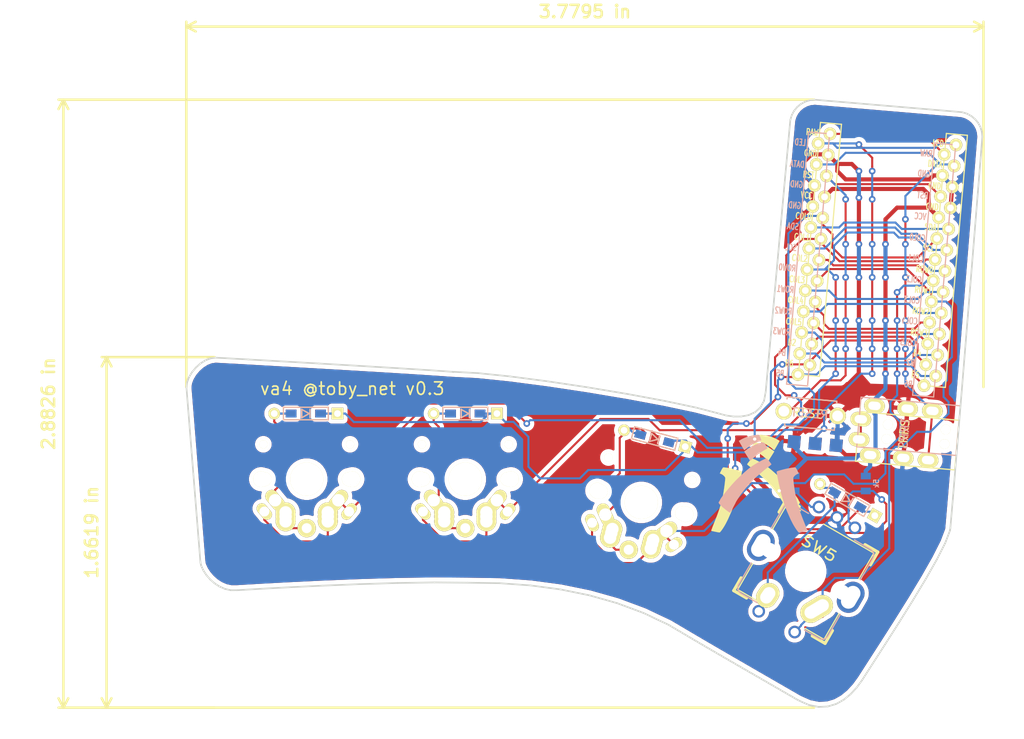
<source format=kicad_pcb>
(kicad_pcb (version 20171130) (host pcbnew "(5.1.2)-1")
  (layers (0 F.Cu signal) (31 B.Cu signal) (34 B.Paste user) (35 F.Paste user) (36 B.SilkS user) (37 F.SilkS user) (38 B.Mask user) (39 F.Mask user) (44 Edge.Cuts user))
  (net 0 "")
  (net 1 VCC)
  (net 2 led)
  (net 3 GND)
  (net 4 reset)
  (net 5 "Net-(U1-Pad24)")
  (net 6 col0)
  (net 7 col1)
  (net 8 col2)
  (net 9 col3)
  (net 10 "Net-(U1-Pad16)")
  (net 11 "Net-(U1-Pad15)")
  (net 12 "Net-(U1-Pad14)")
  (net 13 "Net-(U1-Pad11)")
  (net 14 "Net-(U1-Pad10)")
  (net 15 "Net-(U1-Pad9)")
  (net 16 "Net-(U1-Pad8)")
  (net 17 row0)
  (net 18 "Net-(U1-Pad6)")
  (net 19 "Net-(U1-Pad5)")
  (net 20 data)
  (net 21 "Net-(D1-Pad2)")
  (net 22 "Net-(D2-Pad2)")
  (net 23 "Net-(D3-Pad2)")
  (net 24 "Net-(J2-PadA)")
  (net 25 Enc1Row0)
  (net 26 encA)
  (net 27 encB)
  (module my:logo-va_13.5mm (layer F.Cu) (at 109.2 74.4 15)
    (fp_text reference G*** hide)
    (fp_text value LOGO hide)
  )
  (module my:logo-va_13.5mm (layer B.Cu) (at 112 74.4 165)
    (fp_text reference G*** hide)
    (fp_text value LOGO hide)
  )
  (module AcheronHardware:ALPS_EC11E (layer F.Cu) (at 116.2 84.8 150)
    (fp_text reference SW6 (at 0 0 150) (layer F.SilkS))
    (fp_text value Rotary_Encoder_Switch)
    (pad "" thru_hole oval (at 6.25 0 150) (size 2.8 3.9) (drill oval 1.8 2.9) (layers *.Cu *.Mask))
    (pad "" thru_hole oval (at -6.25 0 150) (size 2.8 3.9) (drill oval 1.8 2.9) (layers *.Cu *.Mask))
    (pad S2 thru_hole circle (at 2.5 -7 150) (size 1.524 1.524) (drill 1) (layers *.Cu *.Mask) (net 25 Enc1Row0))
    (pad S1 thru_hole circle (at -2.5 -7 150) (size 1.524 1.524) (drill 1) (layers *.Cu *.Mask) (net 9 col3))
    (pad C thru_hole circle (at 0 7.5 150) (size 1.524 1.524) (drill 1) (layers *.Cu *.Mask) (net 3 GND))
    (pad A thru_hole circle (at -2.5 7.5 150) (size 1.524 1.524) (drill 1) (layers *.Cu *.Mask) (net 26 encA))
    (pad B thru_hole circle (at 2.5 7.5 150) (size 1.524 1.524) (drill 1) (layers *.Cu *.Mask) (net 27 encB))
  )
  (module Keebio-Parts:Hybrid_PCB_100H (layer F.Cu) (at 116.2 84.8 150)
    (fp_text reference SW5 (at 0 3.175 150) (layer F.SilkS) (effects (font (size 1.27 1.524) (thickness 0.2032))))
    (fp_text value SW_PUSH hide)
    (pad HOLE np_thru_hole circle (at 5.08 0 150) (size 1.8 1.8) (drill 1.8) (layers *.Cu))
    (pad HOLE np_thru_hole circle (at -5.08 0 150) (size 1.8 1.8) (drill 1.8) (layers *.Cu))
    (pad HOLE np_thru_hole circle (at 0 0 150) (size 3.9878 3.9878) (drill 3.9878) (layers *.Cu))
    (pad 2 thru_hole oval (at 2.52 -4.79 146.1) (size 2.5 3.08) (drill oval 1.5 2.08) (layers *.Cu *.Mask F.SilkS) (net 25 Enc1Row0))
    (pad 1 thru_hole oval (at -3.405 -3.27 120.95) (size 2.5 4.17) (drill oval 1.5 3.17) (layers *.Cu *.Mask F.SilkS) (net 9 col3))
  )
  (module Resistors:0805 (layer B.Cu) (at 114.85 74.20084 90)
    (fp_text reference R2)
    (fp_text value 5k (at 0 -1.27 270) (layer B.SilkS) (effects (font (size 0.6096 0.6096) (thickness 0.127)) (justify mirror)))
    (pad 2 smd rect (at 0.89916 0 90) (size 0.79756 1.19888) (layers B.Cu B.Paste B.Mask) (net 1 VCC))
    (pad 1 smd rect (at -0.89916 0 90) (size 0.79756 1.19888) (layers B.Cu B.Paste B.Mask) (net 27 encB))
  )
  (module Resistors:0805 (layer B.Cu) (at 123.425 74.22416 270)
    (fp_text reference R1)
    (fp_text value 5k (at 0 -1.27 270) (layer B.SilkS) (effects (font (size 0.6096 0.6096) (thickness 0.127)) (justify mirror)))
    (pad 2 smd rect (at 0.89916 0 270) (size 0.79756 1.19888) (layers B.Cu B.Paste B.Mask) (net 26 encA))
    (pad 1 smd rect (at -0.89916 0 270) (size 0.79756 1.19888) (layers B.Cu B.Paste B.Mask) (net 1 VCC))
  )
  (module kbd:MJ-4PP-9 (layer F.Cu) (at 134.4 69.6 265)
    (fp_text reference J2)
    (fp_text value MJ-4PP-9 hide)
    (fp_text user TRRS (at -0.75 6.45 265) (layer F.SilkS))
    (fp_text user TRRS (at -0.8255 6.4135 265) (layer B.SilkS) (effects (justify mirror)))
    (pad A thru_hole oval (at -2.1 11.8 265) (size 1.7 2.5) (drill oval 1 1.5) (layers *.Cu *.Mask F.SilkS) (net 24 "Net-(J2-PadA)") (clearance 0.15))
    (pad D thru_hole oval (at 2.1 10.3 265) (size 1.7 2.5) (drill oval 1 1.5) (layers *.Cu *.Mask F.SilkS) (net 1 VCC) (clearance 0.15))
    (pad C thru_hole oval (at 2.1 6.3 265) (size 1.7 2.5) (drill oval 1 1.5) (layers *.Cu *.Mask F.SilkS) (net 3 GND))
    (pad B thru_hole oval (at 2.1 3.3 265) (size 1.7 2.5) (drill oval 1 1.5) (layers *.Cu *.Mask F.SilkS) (net 20 data))
    (pad "" np_thru_hole circle (at 0 8.5 265) (size 1.2 1.2) (drill 1.2) (layers *.Cu *.Mask F.SilkS))
    (pad "" np_thru_hole circle (at 0 1.5 265) (size 1.2 1.2) (drill 1.2) (layers *.Cu *.Mask F.SilkS))
    (pad C thru_hole oval (at -3.85 6.3 265) (size 1.7 2.5) (drill oval 1 1.5) (layers *.Cu *.Mask F.SilkS) (net 3 GND))
    (pad B thru_hole oval (at -3.85 3.3 265) (size 1.7 2.5) (drill oval 1 1.5) (layers *.Cu *.Mask F.SilkS) (net 20 data))
    (pad A thru_hole oval (at 0.35 11.8 265) (size 1.7 2.5) (drill oval 1 1.5) (layers *.Cu *.Mask F.SilkS) (net 24 "Net-(J2-PadA)") (clearance 0.15))
    (pad D thru_hole oval (at -3.85 10.3 265) (size 1.7 2.5) (drill oval 1 1.5) (layers *.Cu *.Mask F.SilkS) (net 1 VCC) (clearance 0.15))
    (pad "" np_thru_hole circle (at -1.75 1.499999 265) (size 1.2 1.2) (drill 1.2) (layers *.Cu *.Mask F.SilkS))
    (pad "" np_thru_hole circle (at -1.75 8.5 265) (size 1.2 1.2) (drill 1.2) (layers *.Cu *.Mask F.SilkS))
  )
  (module kbd:MX_ALPS_PG1350_noLed (layer F.Cu) (at 56.1 73.7 180)
    (fp_text reference SW2 hide)
    (fp_text value SW_PUSH hide)
    (pad 1 thru_hole oval (at 5.1 -3.9 130) (size 2.2 1.25) (drill 1.2) (layers *.Cu *.Mask F.SilkS) (net 6 col0))
    (pad "" np_thru_hole circle (at 0 0 270) (size 4 4) (drill 4) (layers *.Cu *.Mask F.SilkS))
    (pad "" np_thru_hole circle (at -5.5 0 270) (size 1.9 1.9) (drill 1.9) (layers *.Cu *.Mask F.SilkS))
    (pad "" np_thru_hole circle (at 5.5 0 270) (size 1.9 1.9) (drill 1.9) (layers *.Cu *.Mask F.SilkS))
    (pad 1 thru_hole oval (at -5.1 -3.9 230) (size 2.2 1.25) (drill 1.2) (layers *.Cu *.Mask F.SilkS) (net 6 col0))
    (pad 2 thru_hole circle (at 0 -5.9 270) (size 2.2 2.2) (drill 1.2) (layers *.Cu *.Mask F.SilkS) (net 21 "Net-(D1-Pad2)"))
    (pad 2 thru_hole circle (at 2.54 -5.08 180) (size 2.4 2.4) (drill 1.5) (layers *.Cu *.Mask F.SilkS) (net 21 "Net-(D1-Pad2)"))
    (pad 1 thru_hole oval (at -3.81 -2.54 230) (size 2.8 1.55) (drill 1.5) (layers *.Cu *.Mask F.SilkS) (net 6 col0))
    (pad 1 thru_hole circle (at -2.54 -5.08 180) (size 2.4 2.4) (drill 1.5) (layers *.Cu *.Mask F.SilkS) (net 6 col0))
    (pad 2 thru_hole oval (at 3.81 -2.54 130) (size 2.8 1.55) (drill 1.5) (layers *.Cu *.Mask F.SilkS) (net 21 "Net-(D1-Pad2)"))
    (pad 2 thru_hole circle (at 2.54 -4.5 180) (size 2.4 2.4) (drill 1.5) (layers *.Cu *.Mask F.SilkS) (net 21 "Net-(D1-Pad2)"))
    (pad 2 thru_hole circle (at 2.54 -4 180) (size 2.4 2.4) (drill 1.5) (layers *.Cu *.Mask F.SilkS) (net 21 "Net-(D1-Pad2)"))
    (pad 1 thru_hole circle (at -2.54 -4 180) (size 2.4 2.4) (drill 1.5) (layers *.Cu *.Mask F.SilkS) (net 6 col0))
    (pad 1 thru_hole circle (at -2.54 -4.5 180) (size 2.4 2.4) (drill 1.5) (layers *.Cu *.Mask F.SilkS) (net 6 col0))
    (pad "" np_thru_hole circle (at 5.08 0 180) (size 1.7 1.7) (drill 1.7) (layers *.Cu *.Mask F.SilkS))
    (pad "" np_thru_hole circle (at -5.08 0 180) (size 1.7 1.7) (drill 1.7) (layers *.Cu *.Mask F.SilkS))
    (pad "" np_thru_hole circle (at 5.22 4.2 180) (size 1 1) (drill 1) (layers *.Cu *.Mask F.SilkS))
    (pad "" np_thru_hole circle (at -5.22 4.2 180) (size 1 1) (drill 1) (layers *.Cu *.Mask F.SilkS))
  )
  (module kbd:D3_TH_SMD (layer F.Cu) (at 121.212805 76.1875 150)
    (fp_text reference D4 hide)
    (fp_text value D hide)
    (pad 1 smd rect (at -1.775 0 150) (size 1.3 0.95) (layers F.Cu F.Paste F.Mask) (net 17 row0))
    (pad 2 smd rect (at 1.775 0 150) (size 1.3 0.95) (layers B.Cu B.Paste B.Mask) (net 25 Enc1Row0))
    (pad 1 smd rect (at -1.775 0 150) (size 1.3 0.95) (layers B.Cu B.Paste B.Mask) (net 17 row0))
    (pad 1 thru_hole rect (at -3.81 0 150) (size 1.397 1.397) (drill 0.8128) (layers *.Cu *.Mask F.SilkS) (net 17 row0))
    (pad 2 thru_hole circle (at 3.81 0 150) (size 1.397 1.397) (drill 0.8128) (layers *.Cu *.Mask F.SilkS) (net 25 Enc1Row0))
    (pad 2 smd rect (at 1.775 0 150) (size 1.3 0.95) (layers F.Cu F.Paste F.Mask) (net 25 Enc1Row0))
  )
  (module kbd:D3_TH_SMD (layer F.Cu) (at 98 68.8 165)
    (fp_text reference D3 hide)
    (fp_text value D hide)
    (pad 1 smd rect (at -1.775 0 165) (size 1.3 0.95) (layers F.Cu F.Paste F.Mask) (net 17 row0))
    (pad 2 smd rect (at 1.775 0 165) (size 1.3 0.95) (layers B.Cu B.Paste B.Mask) (net 23 "Net-(D3-Pad2)"))
    (pad 1 smd rect (at -1.775 0 165) (size 1.3 0.95) (layers B.Cu B.Paste B.Mask) (net 17 row0))
    (pad 1 thru_hole rect (at -3.81 -0.000001 165) (size 1.397 1.397) (drill 0.8128) (layers *.Cu *.Mask F.SilkS) (net 17 row0))
    (pad 2 thru_hole circle (at 3.81 0.000001 165) (size 1.397 1.397) (drill 0.8128) (layers *.Cu *.Mask F.SilkS) (net 23 "Net-(D3-Pad2)"))
    (pad 2 smd rect (at 1.775 0 165) (size 1.3 0.95) (layers F.Cu F.Paste F.Mask) (net 23 "Net-(D3-Pad2)"))
  )
  (module kbd:D3_TH_SMD (layer F.Cu) (at 75.2 65.8 180)
    (fp_text reference D2 hide)
    (fp_text value D hide)
    (pad 2 smd rect (at 1.775 0 180) (size 1.3 0.95) (layers F.Cu F.Paste F.Mask) (net 22 "Net-(D2-Pad2)"))
    (pad 2 thru_hole circle (at 3.81 0 180) (size 1.397 1.397) (drill 0.8128) (layers *.Cu *.Mask F.SilkS) (net 22 "Net-(D2-Pad2)"))
    (pad 1 thru_hole rect (at -3.81 0 180) (size 1.397 1.397) (drill 0.8128) (layers *.Cu *.Mask F.SilkS) (net 17 row0))
    (pad 1 smd rect (at -1.775 0 180) (size 1.3 0.95) (layers B.Cu B.Paste B.Mask) (net 17 row0))
    (pad 2 smd rect (at 1.775 0 180) (size 1.3 0.95) (layers B.Cu B.Paste B.Mask) (net 22 "Net-(D2-Pad2)"))
    (pad 1 smd rect (at -1.775 0 180) (size 1.3 0.95) (layers F.Cu F.Paste F.Mask) (net 17 row0))
  )
  (module kbd:D3_TH_SMD (layer F.Cu) (at 56 65.8 180)
    (fp_text reference D1 hide)
    (fp_text value D hide)
    (pad 1 smd rect (at -1.775 0 180) (size 1.3 0.95) (layers F.Cu F.Paste F.Mask) (net 17 row0))
    (pad 2 smd rect (at 1.775 0 180) (size 1.3 0.95) (layers B.Cu B.Paste B.Mask) (net 21 "Net-(D1-Pad2)"))
    (pad 1 smd rect (at -1.775 0 180) (size 1.3 0.95) (layers B.Cu B.Paste B.Mask) (net 17 row0))
    (pad 1 thru_hole rect (at -3.81 0 180) (size 1.397 1.397) (drill 0.8128) (layers *.Cu *.Mask F.SilkS) (net 17 row0))
    (pad 2 thru_hole circle (at 3.81 0 180) (size 1.397 1.397) (drill 0.8128) (layers *.Cu *.Mask F.SilkS) (net 21 "Net-(D1-Pad2)"))
    (pad 2 smd rect (at 1.775 0 180) (size 1.3 0.95) (layers F.Cu F.Paste F.Mask) (net 21 "Net-(D1-Pad2)"))
  )
  (module kbd:MX_ALPS_PG1350_noLed (layer F.Cu) (at 96.4 76.5 165)
    (fp_text reference SW4 hide)
    (fp_text value SW_PUSH hide)
    (pad 1 thru_hole oval (at 5.1 -3.9 115) (size 2.2 1.25) (drill 1.2) (layers *.Cu *.Mask F.SilkS) (net 8 col2))
    (pad "" np_thru_hole circle (at 0 0 255) (size 4 4) (drill 4) (layers *.Cu *.Mask F.SilkS))
    (pad "" np_thru_hole circle (at -5.5 0 255) (size 1.9 1.9) (drill 1.9) (layers *.Cu *.Mask F.SilkS))
    (pad "" np_thru_hole circle (at 5.5 0 255) (size 1.9 1.9) (drill 1.9) (layers *.Cu *.Mask F.SilkS))
    (pad 1 thru_hole oval (at -5.1 -3.9 215) (size 2.2 1.25) (drill 1.2) (layers *.Cu *.Mask F.SilkS) (net 8 col2))
    (pad 2 thru_hole circle (at 0 -5.9 255) (size 2.2 2.2) (drill 1.2) (layers *.Cu *.Mask F.SilkS) (net 23 "Net-(D3-Pad2)"))
    (pad 2 thru_hole circle (at 2.54 -5.08 165) (size 2.4 2.4) (drill 1.5) (layers *.Cu *.Mask F.SilkS) (net 23 "Net-(D3-Pad2)"))
    (pad 1 thru_hole oval (at -3.81 -2.54 215) (size 2.8 1.55) (drill 1.5) (layers *.Cu *.Mask F.SilkS) (net 8 col2))
    (pad 1 thru_hole circle (at -2.54 -5.08 165) (size 2.4 2.4) (drill 1.5) (layers *.Cu *.Mask F.SilkS) (net 8 col2))
    (pad 2 thru_hole oval (at 3.81 -2.54 115) (size 2.8 1.55) (drill 1.5) (layers *.Cu *.Mask F.SilkS) (net 23 "Net-(D3-Pad2)"))
    (pad 2 thru_hole circle (at 2.54 -4.5 165) (size 2.4 2.4) (drill 1.5) (layers *.Cu *.Mask F.SilkS) (net 23 "Net-(D3-Pad2)"))
    (pad 2 thru_hole circle (at 2.54 -4 165) (size 2.4 2.4) (drill 1.5) (layers *.Cu *.Mask F.SilkS) (net 23 "Net-(D3-Pad2)"))
    (pad 1 thru_hole circle (at -2.54 -4 165) (size 2.4 2.4) (drill 1.5) (layers *.Cu *.Mask F.SilkS) (net 8 col2))
    (pad 1 thru_hole circle (at -2.54 -4.5 165) (size 2.4 2.4) (drill 1.5) (layers *.Cu *.Mask F.SilkS) (net 8 col2))
    (pad "" np_thru_hole circle (at 5.08 0 165) (size 1.7 1.7) (drill 1.7) (layers *.Cu *.Mask F.SilkS))
    (pad "" np_thru_hole circle (at -5.08 0 165) (size 1.7 1.7) (drill 1.7) (layers *.Cu *.Mask F.SilkS))
    (pad "" np_thru_hole circle (at 5.22 4.2 165) (size 1 1) (drill 1) (layers *.Cu *.Mask F.SilkS))
    (pad "" np_thru_hole circle (at -5.22 4.2 165) (size 1 1) (drill 1) (layers *.Cu *.Mask F.SilkS))
  )
  (module kbd:MX_ALPS_PG1350_noLed (layer F.Cu) (at 75.2 73.7 180)
    (fp_text reference SW3 hide)
    (fp_text value SW_PUSH hide)
    (pad 1 thru_hole oval (at 5.1 -3.9 130) (size 2.2 1.25) (drill 1.2) (layers *.Cu *.Mask F.SilkS) (net 7 col1))
    (pad "" np_thru_hole circle (at 0 0 270) (size 4 4) (drill 4) (layers *.Cu *.Mask F.SilkS))
    (pad "" np_thru_hole circle (at -5.5 0 270) (size 1.9 1.9) (drill 1.9) (layers *.Cu *.Mask F.SilkS))
    (pad "" np_thru_hole circle (at 5.5 0 270) (size 1.9 1.9) (drill 1.9) (layers *.Cu *.Mask F.SilkS))
    (pad 1 thru_hole oval (at -5.1 -3.9 230) (size 2.2 1.25) (drill 1.2) (layers *.Cu *.Mask F.SilkS) (net 7 col1))
    (pad 2 thru_hole circle (at 0 -5.9 270) (size 2.2 2.2) (drill 1.2) (layers *.Cu *.Mask F.SilkS) (net 22 "Net-(D2-Pad2)"))
    (pad 2 thru_hole circle (at 2.54 -5.08 180) (size 2.4 2.4) (drill 1.5) (layers *.Cu *.Mask F.SilkS) (net 22 "Net-(D2-Pad2)"))
    (pad 1 thru_hole oval (at -3.81 -2.54 230) (size 2.8 1.55) (drill 1.5) (layers *.Cu *.Mask F.SilkS) (net 7 col1))
    (pad 1 thru_hole circle (at -2.54 -5.08 180) (size 2.4 2.4) (drill 1.5) (layers *.Cu *.Mask F.SilkS) (net 7 col1))
    (pad 2 thru_hole oval (at 3.81 -2.54 130) (size 2.8 1.55) (drill 1.5) (layers *.Cu *.Mask F.SilkS) (net 22 "Net-(D2-Pad2)"))
    (pad 2 thru_hole circle (at 2.54 -4.5 180) (size 2.4 2.4) (drill 1.5) (layers *.Cu *.Mask F.SilkS) (net 22 "Net-(D2-Pad2)"))
    (pad 2 thru_hole circle (at 2.54 -4 180) (size 2.4 2.4) (drill 1.5) (layers *.Cu *.Mask F.SilkS) (net 22 "Net-(D2-Pad2)"))
    (pad 1 thru_hole circle (at -2.54 -4 180) (size 2.4 2.4) (drill 1.5) (layers *.Cu *.Mask F.SilkS) (net 7 col1))
    (pad 1 thru_hole circle (at -2.54 -4.5 180) (size 2.4 2.4) (drill 1.5) (layers *.Cu *.Mask F.SilkS) (net 7 col1))
    (pad "" np_thru_hole circle (at 5.08 0 180) (size 1.7 1.7) (drill 1.7) (layers *.Cu *.Mask F.SilkS))
    (pad "" np_thru_hole circle (at -5.08 0 180) (size 1.7 1.7) (drill 1.7) (layers *.Cu *.Mask F.SilkS))
    (pad "" np_thru_hole circle (at 5.22 4.2 180) (size 1 1) (drill 1) (layers *.Cu *.Mask F.SilkS))
    (pad "" np_thru_hole circle (at -5.22 4.2 180) (size 1 1) (drill 1) (layers *.Cu *.Mask F.SilkS))
  )
  (module kbd:ProMicro_v2 (layer F.Cu) (at 125.4 47.2 355)
    (fp_text reference U1 hide)
    (fp_text value ProMicro hide)
    (fp_text user RAW (at 4.191 -13.1445 355) (layer B.SilkS) (effects (font (size 0.75 0.5) (thickness 0.125)) (justify mirror)))
    (fp_text user LED (at -11.049 -13.1445 355) (layer B.SilkS) (effects (font (size 0.75 0.5) (thickness 0.125)) (justify mirror)))
    (fp_text user GND (at 4.1275 -10.668 355) (layer B.SilkS) (effects (font (size 0.75 0.5) (thickness 0.125)) (justify mirror)))
    (fp_text user DATA (at -11.2 -10.5 355) (layer B.SilkS) (effects (font (size 0.75 0.5) (thickness 0.125)) (justify mirror)))
    (fp_text user RST (at 4.191 -8.0645 355) (layer B.SilkS) (effects (font (size 0.75 0.5) (thickness 0.125)) (justify mirror)))
    (fp_text user GND (at -11.049 -8.0645 355) (layer B.SilkS) (effects (font (size 0.75 0.5) (thickness 0.125)) (justify mirror)))
    (fp_text user VCC (at 4.127501 -5.5245 355) (layer B.SilkS) (effects (font (size 0.75 0.5) (thickness 0.125)) (justify mirror)))
    (fp_text user GND (at -11.049 -5.5245 355) (layer B.SilkS) (effects (font (size 0.75 0.5) (thickness 0.125)) (justify mirror)))
    (fp_text user COL3 (at 4 4.6 355) (layer B.SilkS) (effects (font (size 0.75 0.5) (thickness 0.125)) (justify mirror)))
    (fp_text user ROW0 (at -11.3 2.032 355) (layer B.SilkS) (effects (font (size 0.75 0.5) (thickness 0.125)) (justify mirror)))
    (fp_text user COL2 (at 4 2.1 355) (layer B.SilkS) (effects (font (size 0.75 0.5) (thickness 0.125)) (justify mirror)))
    (fp_text user SCL (at -11.048999 -0.4445 355) (layer B.SilkS) (effects (font (size 0.75 0.5) (thickness 0.125)) (justify mirror)))
    (fp_text user COL1 (at 4 -0.4445 355) (layer B.SilkS) (effects (font (size 0.75 0.5) (thickness 0.125)) (justify mirror)))
    (fp_text user SDA (at -11.049 -2.9845 355) (layer B.SilkS) (effects (font (size 0.75 0.5) (thickness 0.125)) (justify mirror)))
    (fp_text user COL0 (at 4 -2.95 355) (layer B.SilkS) (effects (font (size 0.75 0.5) (thickness 0.125)) (justify mirror)))
    (fp_text user B6 (at 4.445 14.732 355) (layer B.SilkS) (effects (font (size 0.75 0.5) (thickness 0.125)) (justify mirror)))
    (fp_text user B5 (at -11.049 14.7955 355) (layer B.SilkS) (effects (font (size 0.75 0.5) (thickness 0.125)) (justify mirror)))
    (fp_text user B4 (at -11.049 12.2555 355) (layer B.SilkS) (effects (font (size 0.75 0.5) (thickness 0.125)) (justify mirror)))
    (fp_text user B2 (at 4.5085 12.1285 355) (layer B.SilkS) (effects (font (size 0.75 0.5) (thickness 0.125)) (justify mirror)))
    (fp_text user ROW3 (at -11.3 9.75 355) (layer B.SilkS) (effects (font (size 0.75 0.5) (thickness 0.125)) (justify mirror)))
    (fp_text user COL5 (at 4 9.75 355) (layer B.SilkS) (effects (font (size 0.75 0.5) (thickness 0.125)) (justify mirror)))
    (fp_text user ROW2 (at -11.3 7.239001 355) (layer B.SilkS) (effects (font (size 0.75 0.5) (thickness 0.125)) (justify mirror)))
    (fp_text user COL4 (at 3.95 7.112 355) (layer B.SilkS) (effects (font (size 0.75 0.5) (thickness 0.125)) (justify mirror)))
    (fp_text user ROW1 (at -11.3 4.6355 355) (layer B.SilkS) (effects (font (size 0.75 0.5) (thickness 0.125)) (justify mirror)))
    (fp_text user ROW1 (at 5.25 3.302 355) (layer F.SilkS) (effects (font (size 0.75 0.5) (thickness 0.125))))
    (fp_text user COL4 (at -9.95 5.85 355) (layer F.SilkS) (effects (font (size 0.75 0.5) (thickness 0.125))))
    (fp_text user ROW2 (at 5.2 5.85 355) (layer F.SilkS) (effects (font (size 0.75 0.5) (thickness 0.125))))
    (fp_text user COL5 (at -9.95 8.4455 355) (layer F.SilkS) (effects (font (size 0.75 0.5) (thickness 0.125))))
    (fp_text user ROW3 (at 5.2 8.4455 355) (layer F.SilkS) (effects (font (size 0.75 0.5) (thickness 0.125))))
    (fp_text user B2 (at -9.95 10.95 355) (layer F.SilkS) (effects (font (size 0.75 0.5) (thickness 0.125))))
    (fp_text user B4 (at 5.2 10.922 355) (layer F.SilkS) (effects (font (size 0.75 0.5) (thickness 0.125))))
    (fp_text user B5 (at 5.2 13.5255 355) (layer F.SilkS) (effects (font (size 0.75 0.5) (thickness 0.125))))
    (fp_text user B6 (at -10.05 13.5 355) (layer F.SilkS) (effects (font (size 0.75 0.5) (thickness 0.125))))
    (fp_text user COL0 (at -9.9 -4.3 355) (layer F.SilkS) (effects (font (size 0.75 0.5) (thickness 0.125))))
    (fp_text user SDA (at 5.461 -4.318 355) (layer F.SilkS) (effects (font (size 0.75 0.5) (thickness 0.125))))
    (fp_text user COL1 (at -9.85 -1.778 355) (layer F.SilkS) (effects (font (size 0.75 0.5) (thickness 0.125))))
    (fp_text user SCL (at 5.461 -1.778 355) (layer F.SilkS) (effects (font (size 0.75 0.5) (thickness 0.125))))
    (fp_text user COL2 (at -9.9 0.762 355) (layer F.SilkS) (effects (font (size 0.75 0.5) (thickness 0.125))))
    (fp_text user ROW0 (at 5.2 0.8 355) (layer F.SilkS) (effects (font (size 0.75 0.5) (thickness 0.125))))
    (fp_text user COL3 (at -10 3.35 355) (layer F.SilkS) (effects (font (size 0.75 0.5) (thickness 0.125))))
    (fp_text user GND (at 5.461 -6.7945 355) (layer F.SilkS) (effects (font (size 0.75 0.5) (thickness 0.125))))
    (fp_text user VCC (at -9.715501 -6.858 355) (layer F.SilkS) (effects (font (size 0.75 0.5) (thickness 0.125))))
    (fp_text user GND (at 5.5245 -9.3345 355) (layer F.SilkS) (effects (font (size 0.75 0.5) (thickness 0.125))))
    (fp_text user RST (at -9.7155 -9.3345 355) (layer F.SilkS) (effects (font (size 0.75 0.5) (thickness 0.125))))
    (fp_text user DATA (at 5.35 -11.95 355) (layer F.SilkS) (effects (font (size 0.75 0.5) (thickness 0.125))))
    (fp_text user GND (at -9.7155 -11.938 355) (layer F.SilkS) (effects (font (size 0.75 0.5) (thickness 0.125))))
    (fp_text user LED (at 5.5 -14.478 355) (layer F.SilkS) (effects (font (size 0.75 0.5) (thickness 0.125))))
    (fp_text user RAW (at -9.7155 -14.478 355) (layer F.SilkS) (effects (font (size 0.75 0.5) (thickness 0.125))))
    (fp_text user "" (at -1.2065 -16.256 355) (layer B.SilkS) (effects (justify mirror)))
    (fp_text user "" (at -0.5 -17.25 355) (layer F.SilkS))
    (pad 24 thru_hole circle (at -7.5636 -14.478 355) (size 1.524 1.524) (drill 0.8128) (layers *.Cu *.Mask F.SilkS) (net 5 "Net-(U1-Pad24)"))
    (pad 23 thru_hole circle (at -7.5636 -11.938 355) (size 1.524 1.524) (drill 0.8128) (layers *.Cu *.Mask F.SilkS) (net 3 GND))
    (pad 22 thru_hole circle (at -7.5636 -9.398 355) (size 1.524 1.524) (drill 0.8128) (layers *.Cu *.Mask F.SilkS) (net 4 reset))
    (pad 21 thru_hole circle (at -7.5636 -6.858 355) (size 1.524 1.524) (drill 0.8128) (layers *.Cu *.Mask F.SilkS) (net 1 VCC))
    (pad 20 thru_hole circle (at -7.5636 -4.318 355) (size 1.524 1.524) (drill 0.8128) (layers *.Cu *.Mask F.SilkS) (net 6 col0))
    (pad 19 thru_hole circle (at -7.5636 -1.778 355) (size 1.524 1.524) (drill 0.8128) (layers *.Cu *.Mask F.SilkS) (net 7 col1))
    (pad 18 thru_hole circle (at -7.5636 0.762 355) (size 1.524 1.524) (drill 0.8128) (layers *.Cu *.Mask F.SilkS) (net 8 col2))
    (pad 17 thru_hole circle (at -7.563598 3.302 355) (size 1.524 1.524) (drill 0.8128) (layers *.Cu *.Mask F.SilkS) (net 9 col3))
    (pad 16 thru_hole circle (at -7.5636 5.842 355) (size 1.524 1.524) (drill 0.8128) (layers *.Cu *.Mask F.SilkS) (net 10 "Net-(U1-Pad16)"))
    (pad 15 thru_hole circle (at -7.5636 8.382 355) (size 1.524 1.524) (drill 0.8128) (layers *.Cu *.Mask F.SilkS) (net 11 "Net-(U1-Pad15)"))
    (pad 14 thru_hole circle (at -7.5636 10.922 355) (size 1.524 1.524) (drill 0.8128) (layers *.Cu *.Mask F.SilkS) (net 12 "Net-(U1-Pad14)"))
    (pad 13 thru_hole circle (at -7.5636 13.462 355) (size 1.524 1.524) (drill 0.8128) (layers *.Cu *.Mask F.SilkS) (net 27 encB))
    (pad 12 thru_hole circle (at 7.6564 13.462 355) (size 1.524 1.524) (drill 0.8128) (layers *.Cu *.Mask F.SilkS) (net 26 encA))
    (pad 11 thru_hole circle (at 7.6564 10.922 355) (size 1.524 1.524) (drill 0.8128) (layers *.Cu *.Mask F.SilkS) (net 13 "Net-(U1-Pad11)"))
    (pad 10 thru_hole circle (at 7.6564 8.382 355) (size 1.524 1.524) (drill 0.8128) (layers *.Cu *.Mask F.SilkS) (net 14 "Net-(U1-Pad10)"))
    (pad 9 thru_hole circle (at 7.6564 5.842 355) (size 1.524 1.524) (drill 0.8128) (layers *.Cu *.Mask F.SilkS) (net 15 "Net-(U1-Pad9)"))
    (pad 8 thru_hole circle (at 7.6564 3.302 355) (size 1.524 1.524) (drill 0.8128) (layers *.Cu *.Mask F.SilkS) (net 16 "Net-(U1-Pad8)"))
    (pad 7 thru_hole circle (at 7.6564 0.762 355) (size 1.524 1.524) (drill 0.8128) (layers *.Cu *.Mask F.SilkS) (net 17 row0))
    (pad 6 thru_hole circle (at 7.6564 -1.778 355) (size 1.524 1.524) (drill 0.8128) (layers *.Cu *.Mask F.SilkS) (net 18 "Net-(U1-Pad6)"))
    (pad 5 thru_hole circle (at 7.6564 -4.318 355) (size 1.524 1.524) (drill 0.8128) (layers *.Cu *.Mask F.SilkS) (net 19 "Net-(U1-Pad5)"))
    (pad 4 thru_hole circle (at 7.6564 -6.858 355) (size 1.524 1.524) (drill 0.8128) (layers *.Cu *.Mask F.SilkS) (net 3 GND))
    (pad 3 thru_hole circle (at 7.6564 -9.398 355) (size 1.524 1.524) (drill 0.8128) (layers *.Cu *.Mask F.SilkS) (net 3 GND))
    (pad 2 thru_hole circle (at 7.6564 -11.938 355) (size 1.524 1.524) (drill 0.8128) (layers *.Cu *.Mask F.SilkS) (net 20 data))
    (pad 1 thru_hole circle (at 7.6564 -14.478 355) (size 1.524 1.524) (drill 0.8128) (layers *.Cu *.Mask F.SilkS) (net 2 led))
    (pad 1 thru_hole circle (at -8.89 -13.208 355) (size 1.524 1.524) (drill 0.8128) (layers *.Cu *.Mask F.SilkS) (net 2 led))
    (pad 2 thru_hole circle (at -8.89 -10.668 355) (size 1.524 1.524) (drill 0.8128) (layers *.Cu *.Mask F.SilkS) (net 20 data))
    (pad 3 thru_hole circle (at -8.89 -8.128 355) (size 1.524 1.524) (drill 0.8128) (layers *.Cu *.Mask F.SilkS) (net 3 GND))
    (pad 4 thru_hole circle (at -8.89 -5.588 355) (size 1.524 1.524) (drill 0.8128) (layers *.Cu *.Mask F.SilkS) (net 3 GND))
    (pad 5 thru_hole circle (at -8.89 -3.048 355) (size 1.524 1.524) (drill 0.8128) (layers *.Cu *.Mask F.SilkS) (net 19 "Net-(U1-Pad5)"))
    (pad 6 thru_hole circle (at -8.89 -0.508 355) (size 1.524 1.524) (drill 0.8128) (layers *.Cu *.Mask F.SilkS) (net 18 "Net-(U1-Pad6)"))
    (pad 7 thru_hole circle (at -8.89 2.032 355) (size 1.524 1.524) (drill 0.8128) (layers *.Cu *.Mask F.SilkS) (net 17 row0))
    (pad 8 thru_hole circle (at -8.89 4.572 355) (size 1.524 1.524) (drill 0.8128) (layers *.Cu *.Mask F.SilkS) (net 16 "Net-(U1-Pad8)"))
    (pad 9 thru_hole circle (at -8.890001 7.112 355) (size 1.524 1.524) (drill 0.8128) (layers *.Cu *.Mask F.SilkS) (net 15 "Net-(U1-Pad9)"))
    (pad 10 thru_hole circle (at -8.89 9.652 355) (size 1.524 1.524) (drill 0.8128) (layers *.Cu *.Mask F.SilkS) (net 14 "Net-(U1-Pad10)"))
    (pad 11 thru_hole circle (at -8.89 12.192 355) (size 1.524 1.524) (drill 0.8128) (layers *.Cu *.Mask F.SilkS) (net 13 "Net-(U1-Pad11)"))
    (pad 12 thru_hole circle (at -8.89 14.732 355) (size 1.524 1.524) (drill 0.8128) (layers *.Cu *.Mask F.SilkS) (net 26 encA))
    (pad 13 thru_hole circle (at 6.35 14.732 355) (size 1.524 1.524) (drill 0.8128) (layers *.Cu *.Mask F.SilkS) (net 27 encB))
    (pad 14 thru_hole circle (at 6.350002 12.192 355) (size 1.524 1.524) (drill 0.8128) (layers *.Cu *.Mask F.SilkS) (net 12 "Net-(U1-Pad14)"))
    (pad 15 thru_hole circle (at 6.35 9.652 355) (size 1.524 1.524) (drill 0.8128) (layers *.Cu *.Mask F.SilkS) (net 11 "Net-(U1-Pad15)"))
    (pad 16 thru_hole circle (at 6.35 7.112 355) (size 1.524 1.524) (drill 0.8128) (layers *.Cu *.Mask F.SilkS) (net 10 "Net-(U1-Pad16)"))
    (pad 17 thru_hole circle (at 6.35 4.572 355) (size 1.524 1.524) (drill 0.8128) (layers *.Cu *.Mask F.SilkS) (net 9 col3))
    (pad 18 thru_hole circle (at 6.35 2.032 355) (size 1.524 1.524) (drill 0.8128) (layers *.Cu *.Mask F.SilkS) (net 8 col2))
    (pad 19 thru_hole circle (at 6.35 -0.508 355) (size 1.524 1.524) (drill 0.8128) (layers *.Cu *.Mask F.SilkS) (net 7 col1))
    (pad 20 thru_hole circle (at 6.35 -3.048 355) (size 1.524 1.524) (drill 0.8128) (layers *.Cu *.Mask F.SilkS) (net 6 col0))
    (pad 21 thru_hole circle (at 6.35 -5.588 355) (size 1.524 1.524) (drill 0.8128) (layers *.Cu *.Mask F.SilkS) (net 1 VCC))
    (pad 22 thru_hole circle (at 6.35 -8.128 355) (size 1.524 1.524) (drill 0.8128) (layers *.Cu *.Mask F.SilkS) (net 4 reset))
    (pad 23 thru_hole circle (at 6.35 -10.668 355) (size 1.524 1.524) (drill 0.8128) (layers *.Cu *.Mask F.SilkS) (net 3 GND))
    (pad 24 thru_hole circle (at 6.35 -13.208 355) (size 1.524 1.524) (drill 0.8128) (layers *.Cu *.Mask F.SilkS) (net 5 "Net-(U1-Pad24)"))
  )
  (module kbd:ResetSW (layer F.Cu) (at 116.8 65.8 175)
    (fp_text reference SW1 hide)
    (fp_text value RESET_SWITCH)
    (fp_text user RESET (at 0.127 0 175) (layer B.SilkS) (effects (justify mirror)))
    (fp_text user RESET (at 0 0 175) (layer F.SilkS))
    (pad 1 thru_hole circle (at 3.25 0 175) (size 2 2) (drill 1.3) (layers *.Cu *.Mask F.SilkS) (net 4 reset))
    (pad 2 thru_hole circle (at -3.25 0 175) (size 2 2) (drill 1.3) (layers *.Cu *.Mask F.SilkS) (net 3 GND))
  )
  (module kbd:StripLED_rev (layer F.Cu) (at 114.8 69.2 85)
    (fp_text reference J1 hide)
    (fp_text value LED hide)
    (pad 3 smd rect (at 0 5.08 85) (size 1.524 1.524) (layers F.Cu F.Paste F.Mask) (net 1 VCC))
    (pad 2 smd rect (at 0 2.540001 85) (size 1.524 1.524) (layers F.Cu F.Paste F.Mask) (net 2 led))
    (pad 1 smd rect (at 0 0 85) (size 1.524 1.524) (layers F.Cu F.Paste F.Mask) (net 3 GND))
    (pad 1 smd rect (at 0 5.08 85) (size 1.524 1.524) (layers B.Cu B.Paste B.Mask) (net 3 GND))
    (pad 2 smd rect (at 0 2.540001 85) (size 1.524 1.524) (layers B.Cu B.Paste B.Mask) (net 2 led))
    (pad 3 smd rect (at 0 0 85) (size 1.524 1.524) (layers B.Cu B.Paste B.Mask) (net 1 VCC))
  )
  (dimension 42.211846 (width 0.3) (layer F.SilkS) (gr_text "42.212 mm" (at 29.9 80.105923 270) (layer F.SilkS) (effects (font (size 1.5 1.5) (thickness 0.3)))) (feature1 (pts (xy 45 101.211846) (xy 31.413579 101.211846))) (feature2 (pts (xy 45 59) (xy 31.413579 59))) (crossbar (pts (xy 32 59) (xy 32 101.211846))) (arrow1a (pts (xy 32 101.211846) (xy 31.413579 100.085342))) (arrow1b (pts (xy 32 101.211846) (xy 32.586421 100.085342))) (arrow2a (pts (xy 32 59) (xy 31.413579 60.126504))) (arrow2b (pts (xy 32 59) (xy 32.586421 60.126504))))
  (dimension 73.217484 (width 0.3) (layer F.SilkS) (gr_text "73.217 mm" (at 24.7 64.608742 270) (layer F.SilkS) (effects (font (size 1.5 1.5) (thickness 0.3)))) (feature1 (pts (xy 117.2 101.217484) (xy 26.213579 101.217484))) (feature2 (pts (xy 117.2 28) (xy 26.213579 28))) (crossbar (pts (xy 26.8 28) (xy 26.8 101.217484))) (arrow1a (pts (xy 26.8 101.217484) (xy 26.213579 100.09098))) (arrow1b (pts (xy 26.8 101.217484) (xy 27.386421 100.09098))) (arrow2a (pts (xy 26.8 28) (xy 26.213579 29.126504))) (arrow2b (pts (xy 26.8 28) (xy 27.386421 29.126504))))
  (dimension 96.000416 (width 0.3) (layer F.SilkS) (gr_text "96.000 mm" (at 89.600208 17.1) (layer F.SilkS) (effects (font (size 1.5 1.5) (thickness 0.3)))) (feature1 (pts (xy 137.600416 62.6) (xy 137.600416 18.613579))) (feature2 (pts (xy 41.6 62.6) (xy 41.6 18.613579))) (crossbar (pts (xy 41.6 19.2) (xy 137.600416 19.2))) (arrow1a (pts (xy 137.600416 19.2) (xy 136.473912 19.786421))) (arrow1b (pts (xy 137.600416 19.2) (xy 136.473912 18.613579))) (arrow2a (pts (xy 41.6 19.2) (xy 42.726504 19.786421))) (arrow2b (pts (xy 41.6 19.2) (xy 42.726504 18.613579))))
  (gr_text "va4 @toby_net v0.3" (at 61.6 62.8) (layer F.SilkS) (effects (font (size 1.5 1.5) (thickness 0.2))))
  (gr_line (start 129.085193 88.319512) (end 130.647682 85.730517) (layer Edge.Cuts) (width 0.2))
  (gr_line (start 133.918783 76.00785) (end 134.419029 69.967629) (layer Edge.Cuts) (width 0.2))
  (gr_line (start 50.704276 86.896414) (end 53.954156 86.720315) (layer Edge.Cuts) (width 0.2))
  (gr_line (start 137.46311 32.45545) (end 137.46311 32.45545) (layer Edge.Cuts) (width 0.2))
  (gr_line (start 137.318334 34.271042) (end 137.46311 32.45545) (layer Edge.Cuts) (width 0.2))
  (gr_line (start 133.616642 79.540764) (end 133.918783 76.00785) (layer Edge.Cuts) (width 0.2))
  (gr_line (start 112.09062 98.475461) (end 113.754894 99.435507) (layer Edge.Cuts) (width 0.2))
  (gr_line (start 93.469154 88.630261) (end 96.656659 89.815314) (layer Edge.Cuts) (width 0.2))
  (gr_line (start 90.134671 87.687714) (end 93.469154 88.630261) (layer Edge.Cuts) (width 0.2))
  (gr_line (start 133.567532 79.868755) (end 133.57745 79.822322) (layer Edge.Cuts) (width 0.2))
  (gr_line (start 131.991381 83.366472) (end 132.999784 81.377869) (layer Edge.Cuts) (width 0.2))
  (gr_line (start 44.456555 85.760216) (end 44.98409 86.23032) (layer Edge.Cuts) (width 0.2))
  (gr_line (start 44.98409 86.23032) (end 45.585685 86.625162) (layer Edge.Cuts) (width 0.2))
  (gr_line (start 86.660261 86.97896) (end 90.134671 87.687714) (layer Edge.Cuts) (width 0.2))
  (gr_line (start 110.359377 97.476767) (end 112.09062 98.475461) (layer Edge.Cuts) (width 0.2))
  (gr_line (start 134.419029 69.967629) (end 135.043851 62.337648) (layer Edge.Cuts) (width 0.2))
  (gr_line (start 103.829795 93.692206) (end 105.296372 94.547145) (layer Edge.Cuts) (width 0.2))
  (gr_line (start 130.647682 85.730517) (end 131.991381 83.366472) (layer Edge.Cuts) (width 0.2))
  (gr_line (start 136.930491 39.084604) (end 137.318334 34.271042) (layer Edge.Cuts) (width 0.2))
  (gr_line (start 133.606789 79.635562) (end 133.612034 79.588329) (layer Edge.Cuts) (width 0.2))
  (gr_line (start 124.250056 95.931286) (end 125.769873 93.570388) (layer Edge.Cuts) (width 0.2))
  (gr_line (start 57.967603 86.525969) (end 62.435163 86.343485) (layer Edge.Cuts) (width 0.2))
  (gr_line (start 44.013259 85.243321) (end 44.456555 85.760216) (layer Edge.Cuts) (width 0.2))
  (gr_line (start 115.298942 100.327072) (end 116.568658 100.893688) (layer Edge.Cuts) (width 0.2))
  (gr_line (start 62.435163 86.343485) (end 67.047385 86.202976) (layer Edge.Cuts) (width 0.2))
  (gr_line (start 136.373111 45.978589) (end 136.930491 39.084604) (layer Edge.Cuts) (width 0.2))
  (gr_line (start 133.612034 79.588329) (end 133.616642 79.540764) (layer Edge.Cuts) (width 0.2))
  (gr_line (start 118.848039 101.074937) (end 119.855473 100.772729) (layer Edge.Cuts) (width 0.2))
  (gr_line (start 79.319874 86.227977) (end 83.052978 86.495285) (layer Edge.Cuts) (width 0.2))
  (gr_line (start 133.556382 79.915201) (end 133.567532 79.868755) (layer Edge.Cuts) (width 0.2))
  (gr_line (start 116.568658 100.893688) (end 117.752062 101.129117) (layer Edge.Cuts) (width 0.2))
  (gr_line (start 135.719722 54.035453) (end 136.373111 45.978589) (layer Edge.Cuts) (width 0.2))
  (gr_line (start 46.25116 86.916274) (end 46.970335 87.075186) (layer Edge.Cuts) (width 0.2))
  (gr_line (start 53.954156 86.720315) (end 57.967603 86.525969) (layer Edge.Cuts) (width 0.2))
  (gr_line (start 47.733029 87.073426) (end 48.527416 87.024155) (layer Edge.Cuts) (width 0.2))
  (gr_line (start 135.043851 62.337648) (end 135.719722 54.035453) (layer Edge.Cuts) (width 0.2))
  (gr_line (start 133.600807 79.68252) (end 133.606789 79.635562) (layer Edge.Cuts) (width 0.2))
  (gr_line (start 133.593989 79.729262) (end 133.600807 79.68252) (layer Edge.Cuts) (width 0.2))
  (gr_line (start 133.586237 79.775843) (end 133.593989 79.729262) (layer Edge.Cuts) (width 0.2))
  (gr_line (start 133.57745 79.822322) (end 133.586237 79.775843) (layer Edge.Cuts) (width 0.2))
  (gr_line (start 132.999784 81.377869) (end 133.556382 79.915201) (layer Edge.Cuts) (width 0.2))
  (gr_line (start 96.656659 89.815314) (end 99.690132 91.251587) (layer Edge.Cuts) (width 0.2))
  (gr_line (start 105.296372 94.547145) (end 106.908998 95.482774) (layer Edge.Cuts) (width 0.2))
  (gr_line (start 46.970335 87.075186) (end 47.733029 87.073426) (layer Edge.Cuts) (width 0.2))
  (gr_line (start 99.690132 91.251587) (end 102.562523 92.947792) (layer Edge.Cuts) (width 0.2))
  (gr_line (start 67.047385 86.202976) (end 71.494815 86.134551) (layer Edge.Cuts) (width 0.2))
  (gr_line (start 120.77325 100.264069) (end 121.600253 99.590537) (layer Edge.Cuts) (width 0.2))
  (gr_line (start 113.754894 99.435507) (end 115.298942 100.327072) (layer Edge.Cuts) (width 0.2))
  (gr_line (start 102.562523 92.947792) (end 103.829795 93.692206) (layer Edge.Cuts) (width 0.2))
  (gr_line (start 127.420421 90.982967) (end 129.085193 88.319512) (layer Edge.Cuts) (width 0.2))
  (gr_line (start 122.335367 98.79371) (end 122.977477 97.915168) (layer Edge.Cuts) (width 0.2))
  (gr_line (start 75.468 86.168321) (end 79.319874 86.227977) (layer Edge.Cuts) (width 0.2))
  (gr_line (start 122.977477 97.915168) (end 124.250056 95.931286) (layer Edge.Cuts) (width 0.2))
  (gr_line (start 71.494815 86.134551) (end 75.468 86.168321) (layer Edge.Cuts) (width 0.2))
  (gr_line (start 119.855473 100.772729) (end 120.77325 100.264069) (layer Edge.Cuts) (width 0.2))
  (gr_line (start 106.908998 95.482774) (end 108.614418 96.46926) (layer Edge.Cuts) (width 0.2))
  (gr_line (start 45.585685 86.625162) (end 46.25116 86.916274) (layer Edge.Cuts) (width 0.2))
  (gr_line (start 83.052978 86.495285) (end 86.660261 86.97896) (layer Edge.Cuts) (width 0.2))
  (gr_line (start 48.527416 87.024155) (end 50.704276 86.896414) (layer Edge.Cuts) (width 0.2))
  (gr_line (start 117.752062 101.129117) (end 118.848039 101.074937) (layer Edge.Cuts) (width 0.2))
  (gr_line (start 125.769873 93.570388) (end 127.420421 90.982967) (layer Edge.Cuts) (width 0.2))
  (gr_line (start 121.600253 99.590537) (end 122.335367 98.79371) (layer Edge.Cuts) (width 0.2))
  (gr_line (start 108.614418 96.46926) (end 110.359377 97.476767) (layer Edge.Cuts) (width 0.2))
  (gr_line (start 114.28715 31.00612) (end 113.923363 35.027437) (layer Edge.Cuts) (width 0.2))
  (gr_line (start 108.421818 66.155445) (end 107.500239 66.157639) (layer Edge.Cuts) (width 0.2))
  (gr_line (start 117.28716 28.006131) (end 116.684521 28.067361) (layer Edge.Cuts) (width 0.2))
  (gr_line (start 134.463116 29.455461) (end 132.316122 29.274295) (layer Edge.Cuts) (width 0.2))
  (gr_line (start 111.740644 59.15534) (end 111.376858 63.176658) (layer Edge.Cuts) (width 0.2))
  (gr_line (start 121.581149 28.368463) (end 119.434155 28.187297) (layer Edge.Cuts) (width 0.2))
  (gr_line (start 135.627956 29.692179) (end 135.065751 29.516691) (layer Edge.Cuts) (width 0.2))
  (gr_line (start 112.104431 55.134023) (end 111.740644 59.15534) (layer Edge.Cuts) (width 0.2))
  (gr_line (start 112.832004 47.091389) (end 112.468217 51.112706) (layer Edge.Cuts) (width 0.2))
  (gr_line (start 137.226391 31.290611) (end 136.94895 30.78114) (layer Edge.Cuts) (width 0.2))
  (gr_line (start 113.19579 43.070072) (end 112.832004 47.091389) (layer Edge.Cuts) (width 0.2))
  (gr_line (start 116.684521 28.067361) (end 116.122312 28.24285) (layer Edge.Cuts) (width 0.2))
  (gr_line (start 115.168402 28.887381) (end 114.801311 29.331813) (layer Edge.Cuts) (width 0.2))
  (gr_line (start 119.434155 28.187297) (end 117.28716 28.006131) (layer Edge.Cuts) (width 0.2))
  (gr_line (start 125.875138 28.730796) (end 123.728144 28.54963) (layer Edge.Cuts) (width 0.2))
  (gr_line (start 94.792152 63.455699) (end 89.98218 62.649018) (layer Edge.Cuts) (width 0.2))
  (gr_line (start 135.065751 29.516691) (end 134.463116 29.455461) (layer Edge.Cuts) (width 0.2))
  (gr_line (start 99.242822 64.286138) (end 94.792152 63.455699) (layer Edge.Cuts) (width 0.2))
  (gr_line (start 114.523869 29.841284) (end 114.34838 30.403488) (layer Edge.Cuts) (width 0.2))
  (gr_line (start 110.729576 65.075056) (end 110.087527 65.642484) (layer Edge.Cuts) (width 0.2))
  (gr_line (start 103.001335 65.084537) (end 99.242822 64.286138) (layer Edge.Cuts) (width 0.2))
  (gr_line (start 105.734835 65.795098) (end 103.001335 65.084537) (layer Edge.Cuts) (width 0.2))
  (gr_line (start 106.587564 66.02808) (end 105.734835 65.795098) (layer Edge.Cuts) (width 0.2))
  (gr_line (start 111.376858 63.176658) (end 111.176366 64.262557) (layer Edge.Cuts) (width 0.2))
  (gr_line (start 107.500239 66.157639) (end 106.587564 66.02808) (layer Edge.Cuts) (width 0.2))
  (gr_line (start 109.301261 65.99317) (end 108.421818 66.155445) (layer Edge.Cuts) (width 0.2))
  (gr_line (start 110.087527 65.642484) (end 109.301261 65.99317) (layer Edge.Cuts) (width 0.2))
  (gr_line (start 114.801311 29.331813) (end 114.523869 29.841284) (layer Edge.Cuts) (width 0.2))
  (gr_line (start 123.728144 28.54963) (end 121.581149 28.368463) (layer Edge.Cuts) (width 0.2))
  (gr_line (start 136.581861 30.336708) (end 136.137428 29.969619) (layer Edge.Cuts) (width 0.2))
  (gr_line (start 112.468217 51.112706) (end 112.104431 55.134023) (layer Edge.Cuts) (width 0.2))
  (gr_line (start 113.559577 39.048754) (end 113.19579 43.070072) (layer Edge.Cuts) (width 0.2))
  (gr_line (start 114.34838 30.403488) (end 114.28715 31.00612) (layer Edge.Cuts) (width 0.2))
  (gr_line (start 113.923363 35.027437) (end 113.559577 39.048754) (layer Edge.Cuts) (width 0.2))
  (gr_line (start 130.169127 29.093128) (end 128.022133 28.911962) (layer Edge.Cuts) (width 0.2))
  (gr_line (start 115.612837 28.520291) (end 115.168402 28.887381) (layer Edge.Cuts) (width 0.2))
  (gr_line (start 136.137428 29.969619) (end 135.627956 29.692179) (layer Edge.Cuts) (width 0.2))
  (gr_line (start 116.122312 28.24285) (end 115.612837 28.520291) (layer Edge.Cuts) (width 0.2))
  (gr_line (start 137.46311 32.45545) (end 137.401879 31.852816) (layer Edge.Cuts) (width 0.2))
  (gr_line (start 132.316122 29.274295) (end 130.169127 29.093128) (layer Edge.Cuts) (width 0.2))
  (gr_line (start 136.94895 30.78114) (end 136.581861 30.336708) (layer Edge.Cuts) (width 0.2))
  (gr_line (start 137.401879 31.852816) (end 137.226391 31.290611) (layer Edge.Cuts) (width 0.2))
  (gr_line (start 128.022133 28.911962) (end 125.875138 28.730796) (layer Edge.Cuts) (width 0.2))
  (gr_line (start 111.176366 64.262557) (end 110.729576 65.075056) (layer Edge.Cuts) (width 0.2))
  (gr_line (start 73.806389 60.775828) (end 73.784064 60.775631) (layer Edge.Cuts) (width 0.2))
  (gr_line (start 73.740468 60.774702) (end 73.718938 60.773952) (layer Edge.Cuts) (width 0.2))
  (gr_line (start 76.725011 60.929499) (end 73.806389 60.775828) (layer Edge.Cuts) (width 0.2))
  (gr_line (start 89.98218 62.649018) (end 85.145762 61.921892) (layer Edge.Cuts) (width 0.2))
  (gr_line (start 80.615754 61.33012) (end 76.725011 60.929499) (layer Edge.Cuts) (width 0.2))
  (gr_line (start 43.664383 84.708105) (end 44.013259 85.243321) (layer Edge.Cuts) (width 0.2))
  (gr_line (start 41.931339 61.415023) (end 41.698525 62.03037) (layer Edge.Cuts) (width 0.2))
  (gr_line (start 46.275809 59.13053) (end 45.114502 59.067918) (layer Edge.Cuts) (width 0.2))
  (gr_line (start 67.003491 60.332138) (end 62.408851 60.05524) (layer Edge.Cuts) (width 0.2))
  (gr_line (start 43.420107 84.183037) (end 43.664383 84.708105) (layer Edge.Cuts) (width 0.2))
  (gr_line (start 43.392954 84.104243) (end 43.420107 84.183037) (layer Edge.Cuts) (width 0.2))
  (gr_line (start 85.145762 61.921892) (end 80.615754 61.33012) (layer Edge.Cuts) (width 0.2))
  (gr_line (start 43.369199 84.024512) (end 43.392954 84.104243) (layer Edge.Cuts) (width 0.2))
  (gr_line (start 43.348637 83.94395) (end 43.369199 84.024512) (layer Edge.Cuts) (width 0.2))
  (gr_line (start 73.631622 60.768817) (end 70.898452 60.578187) (layer Edge.Cuts) (width 0.2))
  (gr_line (start 43.316274 83.780772) (end 43.331064 83.862668) (layer Edge.Cuts) (width 0.2))
  (gr_line (start 44.492734 59.156811) (end 43.875087 59.404534) (layer Edge.Cuts) (width 0.2))
  (gr_line (start 43.286557 83.532487) (end 43.294225 83.615573) (layer Edge.Cuts) (width 0.2))
  (gr_line (start 43.077678 80.920168) (end 43.286557 83.532487) (layer Edge.Cuts) (width 0.2))
  (gr_line (start 73.697418 60.772997) (end 73.675777 60.77183) (layer Edge.Cuts) (width 0.2))
  (gr_line (start 42.868799 78.30785) (end 43.077678 80.920168) (layer Edge.Cuts) (width 0.2))
  (gr_line (start 41.698525 62.03037) (end 41.615524 62.633937) (layer Edge.Cuts) (width 0.2))
  (gr_line (start 73.675777 60.77183) (end 73.653888 60.77044) (layer Edge.Cuts) (width 0.2))
  (gr_line (start 45.114502 59.067918) (end 44.492734 59.156811) (layer Edge.Cuts) (width 0.2))
  (gr_line (start 41.824403 65.246256) (end 42.033282 67.858575) (layer Edge.Cuts) (width 0.2))
  (gr_line (start 42.289685 60.816331) (end 41.931339 61.415023) (layer Edge.Cuts) (width 0.2))
  (gr_line (start 57.576649 59.772061) (end 52.968998 59.507171) (layer Edge.Cuts) (width 0.2))
  (gr_line (start 42.65992 75.695531) (end 42.868799 78.30785) (layer Edge.Cuts) (width 0.2))
  (gr_line (start 43.331064 83.862668) (end 43.348637 83.94395) (layer Edge.Cuts) (width 0.2))
  (gr_line (start 43.304063 83.698371) (end 43.316274 83.780772) (layer Edge.Cuts) (width 0.2))
  (gr_line (start 43.294225 83.615573) (end 43.304063 83.698371) (layer Edge.Cuts) (width 0.2))
  (gr_line (start 42.45104 73.083212) (end 42.65992 75.695531) (layer Edge.Cuts) (width 0.2))
  (gr_line (start 41.615524 62.633937) (end 41.824403 65.246256) (layer Edge.Cuts) (width 0.2))
  (gr_line (start 42.242161 70.470893) (end 42.45104 73.083212) (layer Edge.Cuts) (width 0.2))
  (gr_line (start 42.033282 67.858575) (end 42.242161 70.470893) (layer Edge.Cuts) (width 0.2))
  (gr_line (start 43.285841 59.782651) (end 42.74928 60.262729) (layer Edge.Cuts) (width 0.2))
  (gr_line (start 62.408851 60.05524) (end 57.576649 59.772061) (layer Edge.Cuts) (width 0.2))
  (gr_line (start 43.875087 59.404534) (end 43.285841 59.782651) (layer Edge.Cuts) (width 0.2))
  (gr_line (start 73.653888 60.77044) (end 73.631622 60.768817) (layer Edge.Cuts) (width 0.2))
  (gr_line (start 73.718938 60.773952) (end 73.697418 60.772997) (layer Edge.Cuts) (width 0.2))
  (gr_line (start 73.762133 60.775259) (end 73.740468 60.774702) (layer Edge.Cuts) (width 0.2))
  (gr_line (start 70.898452 60.578187) (end 67.003491 60.332138) (layer Edge.Cuts) (width 0.2))
  (gr_line (start 42.74928 60.262729) (end 42.289685 60.816331) (layer Edge.Cuts) (width 0.2))
  (gr_line (start 73.784064 60.775631) (end 73.762133 60.775259) (layer Edge.Cuts) (width 0.2))
  (gr_line (start 49.048013 59.285138) (end 46.275809 59.13053) (layer Edge.Cuts) (width 0.2))
  (gr_line (start 52.968998 59.507171) (end 49.048013 59.285138) (layer Edge.Cuts) (width 0.2))
  (via (at 125.8 61) (size 0.8) (drill 0.4) (layers F.Cu B.Cu) (net 1))
  (via (at 125.8 58) (size 0.8) (drill 0.4) (layers F.Cu B.Cu) (net 1))
  (segment (start 125.8 61) (end 125.8 58) (width 0.5) (layer F.Cu) (net 1))
  (via (at 125.8 49.4) (size 0.8) (drill 0.4) (layers F.Cu B.Cu) (net 1))
  (segment (start 125.8 62.8) (end 125.8 61) (width 0.5) (layer B.Cu) (net 1))
  (segment (start 124.474744 64.866946) (end 124.474744 64.125256) (width 0.5) (layer B.Cu) (net 1))
  (segment (start 124.474744 64.125256) (end 125.8 62.8) (width 0.5) (layer B.Cu) (net 1))
  (via (at 125.800006 54.6) (size 0.8) (drill 0.4) (layers F.Cu B.Cu) (net 1))
  (segment (start 125.8 58) (end 125.8 54.600006) (width 0.5) (layer B.Cu) (net 1))
  (segment (start 125.8 54.600006) (end 125.800006 54.6) (width 0.5) (layer B.Cu) (net 1))
  (segment (start 125.8 49.4) (end 125.8 54.599994) (width 0.5) (layer F.Cu) (net 1))
  (segment (start 125.8 54.599994) (end 125.800006 54.6) (width 0.5) (layer F.Cu) (net 1))
  (via (at 125.8 45.400004) (size 0.8) (drill 0.4) (layers F.Cu B.Cu) (net 1))
  (segment (start 125.8 49.4) (end 125.8 45.400004) (width 0.5) (layer B.Cu) (net 1))
  (segment (start 124.6 70.150473) (end 123.956168 70.794305) (width 0.5) (layer B.Cu) (net 1))
  (segment (start 124.6 65.945449) (end 124.6 70.150473) (width 0.5) (layer B.Cu) (net 1))
  (segment (start 124.474744 64.866946) (end 124.474744 65.820193) (width 0.5) (layer B.Cu) (net 1))
  (segment (start 124.474744 65.820193) (end 124.6 65.945449) (width 0.5) (layer B.Cu) (net 1))
  (segment (start 131 40.97384) (end 132.212863 42.186703) (width 0.5) (layer F.Cu) (net 1))
  (segment (start 131 39.4) (end 131 40.97384) (width 0.5) (layer F.Cu) (net 1))
  (segment (start 130.349998 38.749998) (end 131 39.4) (width 0.5) (layer F.Cu) (net 1))
  (segment (start 118.462896 39.708886) (end 119.421784 38.749998) (width 0.5) (layer F.Cu) (net 1))
  (segment (start 119.421784 38.749998) (end 130.349998 38.749998) (width 0.5) (layer F.Cu) (net 1))
  (segment (start 123.956168 70.794305) (end 121.012223 70.794305) (width 0.5) (layer F.Cu) (net 1))
  (segment (start 121.012223 70.794305) (end 119.639293 69.421375) (width 0.5) (layer F.Cu) (net 1))
  (segment (start 122.610924 70.794305) (end 123.956168 70.794305) (width 0.5) (layer B.Cu) (net 1))
  (segment (start 114.778624 68.978624) (end 114.8 69) (width 0.5) (layer B.Cu) (net 1))
  (segment (start 114.8 69) (end 114.8 69.8) (width 0.5) (layer B.Cu) (net 1))
  (segment (start 114.8 69.8) (end 116.2 71.2) (width 0.5) (layer B.Cu) (net 1))
  (segment (start 116.2 71.2) (end 122.205229 71.2) (width 0.5) (layer B.Cu) (net 1))
  (segment (start 122.205229 71.2) (end 122.610924 70.794305) (width 0.5) (layer B.Cu) (net 1))
  (segment (start 125.8 42.4) (end 125.8 45.400004) (width 0.5) (layer F.Cu) (net 1))
  (segment (start 127.2 41) (end 125.8 42.4) (width 0.5) (layer F.Cu) (net 1))
  (segment (start 132.212863 42.186703) (end 131.02616 41) (width 0.5) (layer F.Cu) (net 1))
  (segment (start 131.02616 41) (end 127.2 41) (width 0.5) (layer F.Cu) (net 1))
  (segment (start 116.2 71.3029) (end 116.2 71.2) (width 0.25) (layer B.Cu) (net 1))
  (segment (start 114.85 72.6529) (end 116.2 71.3029) (width 0.5) (layer B.Cu) (net 1))
  (segment (start 114.85 73.30168) (end 114.85 72.6529) (width 0.5) (layer B.Cu) (net 1))
  (segment (start 123.425 72.70122) (end 123.95 72.17622) (width 0.5) (layer B.Cu) (net 1))
  (segment (start 123.425 73.35) (end 123.425 72.70122) (width 0.5) (layer B.Cu) (net 1))
  (segment (start 123.95 72.17622) (end 123.95 70.775) (width 0.5) (layer B.Cu) (net 1))
  (segment (start 134.11216 33.267446) (end 134.289106 33.444392) (width 0.25) (layer B.Cu) (net 2))
  (segment (start 132.332554 33.267446) (end 134.11216 33.267446) (width 0.25) (layer B.Cu) (net 2))
  (segment (start 131.8 33.8) (end 132.332554 33.267446) (width 0.25) (layer B.Cu) (net 2))
  (segment (start 120 33.8) (end 131.8 33.8) (width 0.25) (layer B.Cu) (net 2))
  (segment (start 117.694982 33.267446) (end 119.467446 33.267446) (width 0.25) (layer B.Cu) (net 2))
  (segment (start 119.467446 33.267446) (end 120 33.8) (width 0.25) (layer B.Cu) (net 2))
  (via (at 122.60001 33.4) (size 0.8) (drill 0.4) (layers F.Cu B.Cu) (net 2))
  (segment (start 117.694982 33.267446) (end 122.467456 33.267446) (width 0.25) (layer B.Cu) (net 2))
  (segment (start 122.467456 33.267446) (end 122.60001 33.4) (width 0.25) (layer B.Cu) (net 2))
  (via (at 124.2 49.4) (size 0.8) (drill 0.4) (layers F.Cu B.Cu) (net 2))
  (via (at 124.2 58) (size 0.8) (drill 0.4) (layers F.Cu B.Cu) (net 2))
  (segment (start 124.2 60.999994) (end 124.200006 61) (width 0.25) (layer F.Cu) (net 2))
  (segment (start 124.2 58) (end 124.2 60.999994) (width 0.25) (layer F.Cu) (net 2))
  (via (at 124.200006 61) (size 0.8) (drill 0.4) (layers F.Cu B.Cu) (net 2))
  (via (at 124.2 54.599998) (size 0.8) (drill 0.4) (layers F.Cu B.Cu) (net 2))
  (segment (start 124.2 58) (end 124.2 54.599998) (width 0.25) (layer B.Cu) (net 2))
  (segment (start 124.2 49.4) (end 124.2 54.599998) (width 0.25) (layer F.Cu) (net 2))
  (via (at 124.2 45.40001) (size 0.8) (drill 0.4) (layers F.Cu B.Cu) (net 2))
  (segment (start 124.2 49.4) (end 124.2 45.40001) (width 0.25) (layer B.Cu) (net 2))
  (via (at 124.2 40.000002) (size 0.8) (drill 0.4) (layers F.Cu B.Cu) (net 2))
  (segment (start 124.2 45.40001) (end 124.2 40.000002) (width 0.25) (layer F.Cu) (net 2))
  (segment (start 122.60001 33.4) (end 124.2 34.99999) (width 0.25) (layer F.Cu) (net 2))
  (segment (start 124.2 34.99999) (end 124.2 36.034315) (width 0.25) (layer F.Cu) (net 2))
  (segment (start 124.2 36.034315) (end 124.2 36.6) (width 0.25) (layer F.Cu) (net 2))
  (segment (start 124.2 36.6) (end 124.2 40.000002) (width 0.25) (layer B.Cu) (net 2))
  (via (at 124.2 36.6) (size 0.8) (drill 0.4) (layers F.Cu B.Cu) (net 2))
  (via (at 118.400002 67.6) (size 0.8) (drill 0.4) (layers F.Cu B.Cu) (net 2))
  (segment (start 117 69.000002) (end 118.000003 67.999999) (width 0.25) (layer F.Cu) (net 2))
  (segment (start 118.000003 67.999999) (end 118.400002 67.6) (width 0.25) (layer F.Cu) (net 2))
  (segment (start 117 69.2) (end 117 69.000002) (width 0.25) (layer F.Cu) (net 2))
  (segment (start 118.400002 65.436408) (end 118.400002 67.034315) (width 0.25) (layer B.Cu) (net 2))
  (segment (start 118.400002 67.034315) (end 118.400002 67.6) (width 0.25) (layer B.Cu) (net 2))
  (segment (start 124.200006 61) (end 122.83641 61) (width 0.25) (layer B.Cu) (net 2))
  (segment (start 122.83641 61) (end 118.400002 65.436408) (width 0.25) (layer B.Cu) (net 2))
  (segment (start 117.330335 68.669665) (end 117.330335 69.421376) (width 0.25) (layer B.Cu) (net 2))
  (segment (start 118.400002 67.6) (end 118.4 67.6) (width 0.25) (layer B.Cu) (net 2))
  (segment (start 118.4 67.6) (end 117.330335 68.669665) (width 0.25) (layer B.Cu) (net 2))
  (segment (start 120.037633 66.083256) (end 122.585581 63.535308) (width 0.5) (layer F.Cu) (net 3))
  (segment (start 132.655614 37.126034) (end 133.846355 38.505061) (width 0.5) (layer F.Cu) (net 3))
  (segment (start 133.846355 38.505061) (end 133.624979 41.035396) (width 0.5) (layer F.Cu) (net 3))
  (segment (start 128.459523 65.215569) (end 127.940946 71.142928) (width 0.5) (layer F.Cu) (net 3))
  (segment (start 116.891846 34.585779) (end 116 35.477625) (width 0.5) (layer F.Cu) (net 3))
  (segment (start 118.905647 34.648217) (end 118.843209 34.585779) (width 0.5) (layer F.Cu) (net 3))
  (segment (start 118.843209 34.585779) (end 116.891846 34.585779) (width 0.5) (layer F.Cu) (net 3))
  (segment (start 116 37.075884) (end 117.252231 38.328115) (width 0.5) (layer F.Cu) (net 3))
  (segment (start 116 35.477625) (end 116 37.075884) (width 0.5) (layer F.Cu) (net 3))
  (segment (start 117.030855 38.549491) (end 117.030855 40.858449) (width 0.5) (layer F.Cu) (net 3))
  (segment (start 117.252231 38.328115) (end 117.030855 38.549491) (width 0.5) (layer F.Cu) (net 3))
  (segment (start 131.577984 37.126034) (end 132.655614 37.126034) (width 0.5) (layer F.Cu) (net 3))
  (segment (start 131.10404 37.599978) (end 131.577984 37.126034) (width 0.5) (layer F.Cu) (net 3))
  (segment (start 120 36.6) (end 120.999978 37.599978) (width 0.5) (layer F.Cu) (net 3))
  (segment (start 118.905647 34.648217) (end 120 35.74257) (width 0.5) (layer F.Cu) (net 3))
  (segment (start 120 35.74257) (end 120 36.6) (width 0.5) (layer F.Cu) (net 3))
  (via (at 122.6 58) (size 0.8) (drill 0.4) (layers F.Cu B.Cu) (net 3))
  (segment (start 122.585581 63.535308) (end 122.585581 58.014419) (width 0.5) (layer F.Cu) (net 3))
  (segment (start 122.585581 58.014419) (end 122.6 58) (width 0.5) (layer F.Cu) (net 3))
  (via (at 122.6 49.4) (size 0.8) (drill 0.4) (layers F.Cu B.Cu) (net 3))
  (via (at 122.6 45.4) (size 0.8) (drill 0.4) (layers F.Cu B.Cu) (net 3))
  (segment (start 122.6 49.4) (end 122.6 45.4) (width 0.5) (layer B.Cu) (net 3))
  (via (at 122.6 39.8) (size 0.8) (drill 0.4) (layers F.Cu B.Cu) (net 3))
  (segment (start 122.6 45.4) (end 122.6 39.8) (width 0.5) (layer F.Cu) (net 3))
  (via (at 122.6 36.6) (size 0.8) (drill 0.4) (layers F.Cu B.Cu) (net 3))
  (segment (start 122.6 39.8) (end 122.6 36.6) (width 0.5) (layer B.Cu) (net 3))
  (segment (start 120.999978 37.599978) (end 122.6 37.599978) (width 0.5) (layer F.Cu) (net 3))
  (segment (start 122.6 37.599978) (end 131.10404 37.599978) (width 0.5) (layer F.Cu) (net 3))
  (via (at 122.6 54.600002) (size 0.8) (drill 0.4) (layers F.Cu B.Cu) (net 3))
  (segment (start 122.6 58) (end 122.6 54.600002) (width 0.5) (layer B.Cu) (net 3))
  (segment (start 122.6 49.4) (end 122.6 54.600002) (width 0.5) (layer F.Cu) (net 3))
  (segment (start 121.74257 35.74257) (end 122.6 36.6) (width 0.5) (layer F.Cu) (net 3))
  (segment (start 120 35.74257) (end 121.74257 35.74257) (width 0.5) (layer F.Cu) (net 3))
  (segment (start 120.037633 69.362367) (end 119.8 69.6) (width 0.5) (layer B.Cu) (net 3))
  (segment (start 120.037633 66.083256) (end 120.037633 69.362367) (width 0.5) (layer B.Cu) (net 3))
  (segment (start 118.62342 66.083256) (end 120.037633 66.083256) (width 0.5) (layer F.Cu) (net 3))
  (segment (start 116.906676 67.8) (end 118.62342 66.083256) (width 0.5) (layer F.Cu) (net 3))
  (segment (start 115.8 67.8) (end 116.906676 67.8) (width 0.5) (layer F.Cu) (net 3))
  (segment (start 114.8 69.2) (end 114.8 68.8) (width 0.5) (layer F.Cu) (net 3))
  (segment (start 114.8 68.8) (end 115.8 67.8) (width 0.5) (layer F.Cu) (net 3))
  (segment (start 127.600983 64.357029) (end 128.459523 65.215569) (width 0.5) (layer F.Cu) (net 3))
  (segment (start 126.643954 63.4) (end 127.600983 64.357029) (width 0.5) (layer F.Cu) (net 3))
  (segment (start 122.585581 62.2) (end 123.785581 63.4) (width 0.5) (layer F.Cu) (net 3))
  (segment (start 123.785581 63.4) (end 126.643954 63.4) (width 0.5) (layer F.Cu) (net 3))
  (segment (start 114.75 76.55) (end 114.75 69.15) (width 0.25) (layer F.Cu) (net 3))
  (segment (start 119.95 78.304809) (end 116.504809 78.304809) (width 0.25) (layer F.Cu) (net 3))
  (segment (start 116.504809 78.304809) (end 114.75 76.55) (width 0.25) (layer F.Cu) (net 3))
  (via (at 121 40) (size 0.8) (drill 0.4) (layers F.Cu B.Cu) (net 4))
  (segment (start 118.684271 37.178551) (end 121 39.49428) (width 0.25) (layer B.Cu) (net 4))
  (segment (start 121 39.49428) (end 121 40) (width 0.25) (layer B.Cu) (net 4))
  (via (at 121 45.4) (size 0.8) (drill 0.4) (layers F.Cu B.Cu) (net 4))
  (segment (start 121 40) (end 121 45.4) (width 0.25) (layer F.Cu) (net 4))
  (via (at 121 49.4) (size 0.8) (drill 0.4) (layers F.Cu B.Cu) (net 4))
  (segment (start 121 45.4) (end 121 49.4) (width 0.25) (layer B.Cu) (net 4))
  (via (at 121 54.6) (size 0.8) (drill 0.4) (layers F.Cu B.Cu) (net 4))
  (segment (start 121 49.4) (end 121 54.6) (width 0.25) (layer F.Cu) (net 4))
  (via (at 121 58) (size 0.8) (drill 0.4) (layers F.Cu B.Cu) (net 4))
  (segment (start 121 54.6) (end 121 58) (width 0.25) (layer B.Cu) (net 4))
  (segment (start 118.684271 37.178551) (end 119.680708 38.174988) (width 0.25) (layer F.Cu) (net 4))
  (segment (start 130.952858 38.174988) (end 131.672239 38.894369) (width 0.25) (layer F.Cu) (net 4))
  (segment (start 119.680708 38.174988) (end 130.952858 38.174988) (width 0.25) (layer F.Cu) (net 4))
  (segment (start 131.672239 38.894369) (end 132.434238 39.656368) (width 0.25) (layer F.Cu) (net 4))
  (segment (start 121 58) (end 121 61.2) (width 0.25) (layer F.Cu) (net 4))
  (segment (start 118 61.8) (end 114.283256 65.516744) (width 0.25) (layer F.Cu) (net 4))
  (segment (start 120.4 61.8) (end 118 61.8) (width 0.25) (layer F.Cu) (net 4))
  (segment (start 114.283256 65.516744) (end 113.562367 65.516744) (width 0.25) (layer F.Cu) (net 4))
  (segment (start 121 61.2) (end 120.4 61.8) (width 0.25) (layer F.Cu) (net 4))
  (segment (start 130.399172 32.117882) (end 132.11499 33.8337) (width 0.25) (layer F.Cu) (net 5))
  (segment (start 132.11499 33.8337) (end 132.876989 34.595699) (width 0.25) (layer F.Cu) (net 5))
  (segment (start 119.127023 32.117882) (end 130.399172 32.117882) (width 0.25) (layer F.Cu) (net 5))
  (segment (start 61.2 77.53) (end 59.91 76.24) (width 0.25) (layer F.Cu) (net 6))
  (segment (start 61.2 77.6) (end 61.2 77.53) (width 0.25) (layer F.Cu) (net 6))
  (segment (start 59.91 76.43) (end 58.64 77.7) (width 0.25) (layer F.Cu) (net 6))
  (segment (start 59.91 76.24) (end 59.91 76.43) (width 0.25) (layer F.Cu) (net 6))
  (segment (start 129.708525 47) (end 131.991487 44.717038) (width 0.25) (layer F.Cu) (net 6))
  (segment (start 120.6 47) (end 129.708525 47) (width 0.25) (layer F.Cu) (net 6))
  (segment (start 119.4 45.8) (end 120.6 47) (width 0.25) (layer F.Cu) (net 6))
  (segment (start 119.4 44.2) (end 119.4 45.8) (width 0.25) (layer F.Cu) (net 6))
  (segment (start 118.24152 42.23922) (end 118.24152 43.04152) (width 0.25) (layer F.Cu) (net 6))
  (segment (start 118.24152 43.04152) (end 119.4 44.2) (width 0.25) (layer F.Cu) (net 6))
  (segment (start 118.24152 42.23922) (end 118.0023 42) (width 0.25) (layer F.Cu) (net 6))
  (segment (start 58.64 80.477056) (end 58.64 78.78) (width 0.25) (layer F.Cu) (net 6))
  (segment (start 57.917056 81.2) (end 58.64 80.477056) (width 0.25) (layer F.Cu) (net 6))
  (segment (start 53.591517 81.2) (end 57.917056 81.2) (width 0.25) (layer F.Cu) (net 6))
  (segment (start 51 77.6) (end 51 78.608483) (width 0.25) (layer F.Cu) (net 6))
  (segment (start 51 78.608483) (end 53.591517 81.2) (width 0.25) (layer F.Cu) (net 6))
  (segment (start 64 74.8) (end 61.2 77.6) (width 0.25) (layer F.Cu) (net 6))
  (segment (start 81.6 66) (end 82.6 67) (width 0.25) (layer F.Cu) (net 6))
  (segment (start 81.6 66) (end 80.2 64.6) (width 0.25) (layer F.Cu) (net 6))
  (segment (start 80.2 64.6) (end 70.6 64.6) (width 0.25) (layer F.Cu) (net 6))
  (segment (start 64 71.2) (end 64 74.8) (width 0.25) (layer F.Cu) (net 6))
  (segment (start 70.6 64.6) (end 64 71.2) (width 0.25) (layer F.Cu) (net 6))
  (via (at 82.6 67) (size 0.8) (drill 0.4) (layers F.Cu B.Cu) (net 6))
  (segment (start 114.1 44.1) (end 116.2 42) (width 0.25) (layer B.Cu) (net 6))
  (segment (start 114.1 61.9) (end 114.1 44.1) (width 0.25) (layer B.Cu) (net 6))
  (segment (start 116.6 62.8) (end 115 62.8) (width 0.25) (layer B.Cu) (net 6))
  (segment (start 117.2 63.4) (end 116.6 62.8) (width 0.25) (layer B.Cu) (net 6))
  (segment (start 117.2 65.3) (end 117.2 63.4) (width 0.25) (layer B.Cu) (net 6))
  (segment (start 115 62.8) (end 114.1 61.9) (width 0.25) (layer B.Cu) (net 6))
  (segment (start 115.375 67.125) (end 117.2 65.3) (width 0.25) (layer B.Cu) (net 6))
  (segment (start 82.6 67) (end 82.999999 66.600001) (width 0.25) (layer B.Cu) (net 6))
  (segment (start 116.2 42) (end 118.0023 42) (width 0.25) (layer B.Cu) (net 6))
  (segment (start 101.000001 66.600001) (end 104.325 69.925) (width 0.25) (layer B.Cu) (net 6))
  (segment (start 82.999999 66.600001) (end 101.000001 66.600001) (width 0.25) (layer B.Cu) (net 6))
  (segment (start 104.325 69.925) (end 110.625 69.925) (width 0.25) (layer B.Cu) (net 6))
  (segment (start 110.625 69.925) (end 113.425 67.125) (width 0.25) (layer B.Cu) (net 6))
  (segment (start 113.425 67.125) (end 115.375 67.125) (width 0.25) (layer B.Cu) (net 6))
  (segment (start 80.3 77.53) (end 79.01 76.24) (width 0.25) (layer F.Cu) (net 7))
  (segment (start 80.3 77.6) (end 80.3 77.53) (width 0.25) (layer F.Cu) (net 7))
  (segment (start 79.01 76.43) (end 77.74 77.7) (width 0.25) (layer F.Cu) (net 7))
  (segment (start 79.01 76.24) (end 79.01 76.43) (width 0.25) (layer F.Cu) (net 7))
  (segment (start 130.692481 47.247372) (end 131.770111 47.247372) (width 0.25) (layer F.Cu) (net 7))
  (segment (start 130.489842 47.450011) (end 130.692481 47.247372) (width 0.25) (layer F.Cu) (net 7))
  (segment (start 120.250011 47.450011) (end 130.489842 47.450011) (width 0.25) (layer F.Cu) (net 7))
  (segment (start 118.020145 44.769555) (end 118.020145 45.220145) (width 0.25) (layer F.Cu) (net 7))
  (segment (start 118.020145 45.220145) (end 120.250011 47.450011) (width 0.25) (layer F.Cu) (net 7))
  (via (at 114.8 63.6) (size 0.8) (drill 0.4) (layers F.Cu B.Cu) (net 7))
  (segment (start 77.74 80.477056) (end 77.74 78.78) (width 0.25) (layer F.Cu) (net 7))
  (segment (start 77.017056 81.2) (end 77.74 80.477056) (width 0.25) (layer F.Cu) (net 7))
  (segment (start 72.691517 81.2) (end 77.017056 81.2) (width 0.25) (layer F.Cu) (net 7))
  (segment (start 70.1 77.6) (end 70.1 78.608483) (width 0.25) (layer F.Cu) (net 7))
  (segment (start 70.1 78.608483) (end 72.691517 81.2) (width 0.25) (layer F.Cu) (net 7))
  (via (at 115.637342 65.837338) (size 0.8) (drill 0.4) (layers F.Cu B.Cu) (net 7))
  (segment (start 97.250011 66.450011) (end 98.6 67.8) (width 0.25) (layer F.Cu) (net 7))
  (segment (start 80.3 77.6) (end 91.449989 66.450011) (width 0.25) (layer F.Cu) (net 7))
  (segment (start 98.6 67.8) (end 113.67468 67.8) (width 0.25) (layer F.Cu) (net 7))
  (segment (start 91.449989 66.450011) (end 97.250011 66.450011) (width 0.25) (layer F.Cu) (net 7))
  (segment (start 115.237343 66.237337) (end 115.637342 65.837338) (width 0.25) (layer F.Cu) (net 7))
  (segment (start 113.67468 67.8) (end 115.237343 66.237337) (width 0.25) (layer F.Cu) (net 7))
  (segment (start 115.637342 64.437342) (end 114.8 63.6) (width 0.25) (layer B.Cu) (net 7))
  (segment (start 115.637342 65.837338) (end 115.637342 64.437342) (width 0.25) (layer B.Cu) (net 7))
  (segment (start 116.942515 44.769555) (end 118.020145 44.769555) (width 0.25) (layer F.Cu) (net 7))
  (segment (start 115.830445 44.769555) (end 116.942515 44.769555) (width 0.25) (layer F.Cu) (net 7))
  (segment (start 113.75 63.6) (end 112.5 62.35) (width 0.25) (layer F.Cu) (net 7))
  (segment (start 114.8 63.6) (end 113.75 63.6) (width 0.25) (layer F.Cu) (net 7))
  (segment (start 112.5 62.35) (end 112.5 59.017025) (width 0.25) (layer F.Cu) (net 7))
  (segment (start 112.5 59.017025) (end 113.85 57.667025) (width 0.25) (layer F.Cu) (net 7))
  (segment (start 113.85 57.667025) (end 113.85 46.75) (width 0.25) (layer F.Cu) (net 7))
  (segment (start 113.85 46.75) (end 115.830445 44.769555) (width 0.25) (layer F.Cu) (net 7))
  (segment (start 99.422777 80.693038) (end 100.316827 81.587088) (width 0.25) (layer F.Cu) (net 8))
  (segment (start 99.422777 79.939552) (end 99.422777 80.693038) (width 0.25) (layer F.Cu) (net 8))
  (segment (start 98.899727 79.939552) (end 97.818175 81.021104) (width 0.25) (layer F.Cu) (net 8))
  (segment (start 99.422777 79.939552) (end 98.899727 79.939552) (width 0.25) (layer F.Cu) (net 8))
  (segment (start 119.526499 47.949989) (end 129.721018 47.949989) (width 0.25) (layer F.Cu) (net 8))
  (segment (start 118.876399 47.299889) (end 119.526499 47.949989) (width 0.25) (layer F.Cu) (net 8))
  (segment (start 129.721018 47.949989) (end 130.786737 49.015708) (width 0.25) (layer F.Cu) (net 8))
  (segment (start 117.798769 47.299889) (end 118.876399 47.299889) (width 0.25) (layer F.Cu) (net 8))
  (segment (start 130.786737 49.015708) (end 131.548736 49.777707) (width 0.25) (layer F.Cu) (net 8))
  (via (at 127.2 54.6) (size 0.8) (drill 0.4) (layers F.Cu B.Cu) (net 8))
  (via (at 127.2 58) (size 0.8) (drill 0.4) (layers F.Cu B.Cu) (net 8))
  (segment (start 127.2 54.6) (end 127.2 58) (width 0.25) (layer B.Cu) (net 8))
  (via (at 127.2 61) (size 0.8) (drill 0.4) (layers F.Cu B.Cu) (net 8))
  (segment (start 127.2 58) (end 127.2 61) (width 0.25) (layer F.Cu) (net 8))
  (via (at 127.2 51.200008) (size 0.8) (drill 0.4) (layers F.Cu B.Cu) (net 8))
  (segment (start 127.2 54.6) (end 127.2 51.200008) (width 0.25) (layer F.Cu) (net 8))
  (segment (start 128.000008 50.4) (end 127.2 51.200008) (width 0.25) (layer B.Cu) (net 8))
  (segment (start 130.2 50.4) (end 128.000008 50.4) (width 0.25) (layer B.Cu) (net 8))
  (segment (start 131.548736 49.777707) (end 130.822293 49.777707) (width 0.25) (layer B.Cu) (net 8))
  (segment (start 130.822293 49.777707) (end 130.2 50.4) (width 0.25) (layer B.Cu) (net 8))
  (segment (start 96.338652 83.264303) (end 97.538651 82.064304) (width 0.25) (layer F.Cu) (net 8))
  (segment (start 95.802955 83.8) (end 96.338652 83.264303) (width 0.25) (layer F.Cu) (net 8))
  (segment (start 93.2 83.8) (end 95.802955 83.8) (width 0.25) (layer F.Cu) (net 8))
  (segment (start 90.464384 78.947134) (end 90.464384 81.064384) (width 0.25) (layer F.Cu) (net 8))
  (segment (start 90.464384 81.064384) (end 93.2 83.8) (width 0.25) (layer F.Cu) (net 8))
  (segment (start 100.719263 79.939552) (end 99.422777 79.939552) (width 0.25) (layer B.Cu) (net 8))
  (segment (start 103.960448 79.939552) (end 100.719263 79.939552) (width 0.25) (layer B.Cu) (net 8))
  (segment (start 116.125 74.175) (end 109.725 74.175) (width 0.25) (layer B.Cu) (net 8))
  (segment (start 117.175 73.125) (end 116.125 74.175) (width 0.25) (layer B.Cu) (net 8))
  (segment (start 120.825 73.125) (end 117.175 73.125) (width 0.25) (layer B.Cu) (net 8))
  (segment (start 121.95 74.25) (end 120.825 73.125) (width 0.25) (layer B.Cu) (net 8))
  (segment (start 125.8 73) (end 124.55 74.25) (width 0.25) (layer B.Cu) (net 8))
  (segment (start 124.55 74.25) (end 121.95 74.25) (width 0.25) (layer B.Cu) (net 8))
  (segment (start 125.8 70.360523) (end 125.8 73) (width 0.25) (layer B.Cu) (net 8))
  (segment (start 126.4 64.4) (end 126.4 65.6) (width 0.25) (layer B.Cu) (net 8))
  (segment (start 126.4 65.6) (end 127.6 66.8) (width 0.25) (layer B.Cu) (net 8))
  (segment (start 127.2 63.6) (end 126.4 64.4) (width 0.25) (layer B.Cu) (net 8))
  (segment (start 127.2 61) (end 127.2 63.6) (width 0.25) (layer B.Cu) (net 8))
  (segment (start 127.6 66.8) (end 127.6 68.560523) (width 0.25) (layer B.Cu) (net 8))
  (segment (start 109.725 74.175) (end 103.960448 79.939552) (width 0.25) (layer B.Cu) (net 8))
  (segment (start 127.6 68.560523) (end 125.8 70.360523) (width 0.25) (layer B.Cu) (net 8))
  (segment (start 131.32736 51.32736) (end 131.32736 52.308041) (width 0.25) (layer F.Cu) (net 9))
  (segment (start 128.4 48.4) (end 131.32736 51.32736) (width 0.25) (layer F.Cu) (net 9))
  (segment (start 117.577394 49.830224) (end 119.007618 48.4) (width 0.25) (layer F.Cu) (net 9))
  (segment (start 119.007618 48.4) (end 128.4 48.4) (width 0.25) (layer F.Cu) (net 9))
  (segment (start 116.494705 89.369557) (end 118.02425 89.369557) (width 0.25) (layer F.Cu) (net 9))
  (segment (start 118.229557 88.904705) (end 118.229557 90.290326) (width 0.25) (layer F.Cu) (net 9))
  (segment (start 115.627063 91.350179) (end 115.627063 91.272937) (width 0.25) (layer B.Cu) (net 9))
  (segment (start 114.865064 92.112178) (end 115.627063 91.350179) (width 0.25) (layer B.Cu) (net 9))
  (segment (start 115.627063 91.272937) (end 117.575 89.325) (width 0.25) (layer B.Cu) (net 9))
  (segment (start 118.229557 87.070443) (end 118.229557 88.904705) (width 0.25) (layer B.Cu) (net 9))
  (segment (start 122.7 85.6) (end 119.7 85.6) (width 0.25) (layer B.Cu) (net 9))
  (segment (start 133.2 61.8) (end 132.8 62.2) (width 0.25) (layer B.Cu) (net 9))
  (segment (start 133.2 59.6) (end 133.2 61.8) (width 0.25) (layer B.Cu) (net 9))
  (segment (start 133.8 59) (end 133.2 59.6) (width 0.25) (layer B.Cu) (net 9))
  (segment (start 133.8 53) (end 133.8 59) (width 0.25) (layer B.Cu) (net 9))
  (segment (start 133.4 65.8) (end 131.2 68) (width 0.25) (layer B.Cu) (net 9))
  (segment (start 131.32736 52.308041) (end 133.108041 52.308041) (width 0.25) (layer B.Cu) (net 9))
  (segment (start 126.996934 69.8) (end 126.250011 70.546923) (width 0.25) (layer B.Cu) (net 9))
  (segment (start 133.108041 52.308041) (end 133.8 53) (width 0.25) (layer B.Cu) (net 9))
  (segment (start 132.8 62.2) (end 132.8 63.8) (width 0.25) (layer B.Cu) (net 9))
  (segment (start 132.8 63.8) (end 133.4 64.4) (width 0.25) (layer B.Cu) (net 9))
  (segment (start 133.4 64.4) (end 133.4 65.8) (width 0.25) (layer B.Cu) (net 9))
  (segment (start 119.7 85.6) (end 118.229557 87.070443) (width 0.25) (layer B.Cu) (net 9))
  (segment (start 131.2 68) (end 129.6 68) (width 0.25) (layer B.Cu) (net 9))
  (segment (start 126.250011 70.546923) (end 126.250011 82.049989) (width 0.25) (layer B.Cu) (net 9))
  (segment (start 129.6 68) (end 127.8 69.8) (width 0.25) (layer B.Cu) (net 9))
  (segment (start 127.8 69.8) (end 126.996934 69.8) (width 0.25) (layer B.Cu) (net 9))
  (segment (start 126.250011 82.049989) (end 122.7 85.6) (width 0.25) (layer B.Cu) (net 9))
  (segment (start 130.028355 54.838376) (end 131.105985 54.838376) (width 0.25) (layer F.Cu) (net 10))
  (segment (start 117.356018 52.956018) (end 118.4 54) (width 0.25) (layer F.Cu) (net 10))
  (segment (start 117.356018 52.360558) (end 117.356018 52.956018) (width 0.25) (layer F.Cu) (net 10))
  (segment (start 118.4 54) (end 118.4 55) (width 0.25) (layer F.Cu) (net 10))
  (segment (start 118.4 55) (end 119 55.6) (width 0.25) (layer F.Cu) (net 10))
  (segment (start 119 55.6) (end 129.266731 55.6) (width 0.25) (layer F.Cu) (net 10))
  (segment (start 129.266731 55.6) (end 130.028355 54.838376) (width 0.25) (layer F.Cu) (net 10))
  (segment (start 129.56591 56.050011) (end 130.12261 56.606711) (width 0.25) (layer F.Cu) (net 11))
  (segment (start 118.29376 56.050011) (end 129.56591 56.050011) (width 0.25) (layer F.Cu) (net 11))
  (segment (start 117.134642 54.890893) (end 118.29376 56.050011) (width 0.25) (layer F.Cu) (net 11))
  (segment (start 130.12261 56.606711) (end 130.884609 57.36871) (width 0.25) (layer F.Cu) (net 11))
  (segment (start 128.7864 56.549989) (end 129.650011 57.4136) (width 0.25) (layer F.Cu) (net 12))
  (segment (start 129.650011 58.885822) (end 129.901235 59.137046) (width 0.25) (layer F.Cu) (net 12))
  (segment (start 116.913267 57.421227) (end 117.784505 56.549989) (width 0.25) (layer F.Cu) (net 12))
  (segment (start 129.901235 59.137046) (end 130.663234 59.899045) (width 0.25) (layer F.Cu) (net 12))
  (segment (start 129.650011 57.4136) (end 129.650011 58.885822) (width 0.25) (layer F.Cu) (net 12))
  (segment (start 117.784505 56.549989) (end 128.7864 56.549989) (width 0.25) (layer F.Cu) (net 12))
  (segment (start 130.99772 58.747738) (end 132.07535 58.747738) (width 0.25) (layer B.Cu) (net 13))
  (segment (start 129.652262 58.747738) (end 130.99772 58.747738) (width 0.25) (layer B.Cu) (net 13))
  (segment (start 128.74999 59.65001) (end 129.652262 58.747738) (width 0.25) (layer B.Cu) (net 13))
  (segment (start 118.45001 59.65001) (end 128.74999 59.65001) (width 0.25) (layer B.Cu) (net 13))
  (segment (start 115.481226 58.570791) (end 117.370791 58.570791) (width 0.25) (layer B.Cu) (net 13))
  (segment (start 117.370791 58.570791) (end 118.45001 59.65001) (width 0.25) (layer B.Cu) (net 13))
  (segment (start 130.182597 56.217403) (end 131.219096 56.217403) (width 0.25) (layer B.Cu) (net 14))
  (segment (start 129.2 57.2) (end 130.182597 56.217403) (width 0.25) (layer B.Cu) (net 14))
  (segment (start 129.2 58.2) (end 129.2 57.2) (width 0.25) (layer B.Cu) (net 14))
  (segment (start 117.240457 56.040457) (end 118.2 57) (width 0.25) (layer B.Cu) (net 14))
  (segment (start 115.702602 56.040457) (end 117.240457 56.040457) (width 0.25) (layer B.Cu) (net 14))
  (segment (start 118.2 57) (end 118.2 58.2) (width 0.25) (layer B.Cu) (net 14))
  (segment (start 118.2 58.2) (end 119.2 59.2) (width 0.25) (layer B.Cu) (net 14))
  (segment (start 131.219096 56.217403) (end 132.296726 56.217403) (width 0.25) (layer B.Cu) (net 14))
  (segment (start 119.2 59.2) (end 128.2 59.2) (width 0.25) (layer B.Cu) (net 14))
  (segment (start 128.2 59.2) (end 129.2 58.2) (width 0.25) (layer B.Cu) (net 14))
  (segment (start 129.712931 53.687069) (end 132.518101 53.687069) (width 0.25) (layer B.Cu) (net 15))
  (segment (start 128.625862 52.6) (end 129.712931 53.687069) (width 0.25) (layer B.Cu) (net 15))
  (segment (start 118.820244 52.6) (end 128.625862 52.6) (width 0.25) (layer B.Cu) (net 15))
  (segment (start 115.923977 53.510122) (end 117.910122 53.510122) (width 0.25) (layer B.Cu) (net 15))
  (segment (start 117.910122 53.510122) (end 118.820244 52.6) (width 0.25) (layer B.Cu) (net 15))
  (segment (start 131.661847 51.156734) (end 132.739477 51.156734) (width 0.25) (layer B.Cu) (net 16))
  (segment (start 130.556734 51.156734) (end 131.661847 51.156734) (width 0.25) (layer B.Cu) (net 16))
  (segment (start 117.243195 51) (end 119 51) (width 0.25) (layer B.Cu) (net 16))
  (segment (start 119 51) (end 120 52) (width 0.25) (layer B.Cu) (net 16))
  (segment (start 120 52) (end 129.713468 52) (width 0.25) (layer B.Cu) (net 16))
  (segment (start 129.713468 52) (end 130.556734 51.156734) (width 0.25) (layer B.Cu) (net 16))
  (segment (start 117.222983 50.979788) (end 117.243195 51) (width 0.25) (layer B.Cu) (net 16))
  (segment (start 116.145353 50.979788) (end 117.222983 50.979788) (width 0.25) (layer B.Cu) (net 16))
  (segment (start 57.775 65.8) (end 59.81 65.8) (width 0.25) (layer F.Cu) (net 17))
  (segment (start 57.775 65.8) (end 59.81 65.8) (width 0.25) (layer B.Cu) (net 17))
  (segment (start 76.975 65.8) (end 79.01 65.8) (width 0.25) (layer F.Cu) (net 17))
  (segment (start 79.01 65.8) (end 76.975 65.8) (width 0.25) (layer B.Cu) (net 17))
  (segment (start 78.0615 65.8) (end 79.01 65.8) (width 0.25) (layer B.Cu) (net 17))
  (segment (start 77.037999 66.823501) (end 78.0615 65.8) (width 0.25) (layer B.Cu) (net 17))
  (segment (start 61.782001 66.823501) (end 77.037999 66.823501) (width 0.25) (layer B.Cu) (net 17))
  (segment (start 60.7585 65.8) (end 61.782001 66.823501) (width 0.25) (layer B.Cu) (net 17))
  (segment (start 59.81 65.8) (end 60.7585 65.8) (width 0.25) (layer B.Cu) (net 17))
  (segment (start 101.75348 69.059404) (end 102.280177 69.586101) (width 0.25) (layer B.Cu) (net 17))
  (segment (start 100.314518 69.059404) (end 101.75348 69.059404) (width 0.25) (layer B.Cu) (net 17))
  (segment (start 116.366729 48.449453) (end 118.477543 48.449453) (width 0.25) (layer B.Cu) (net 17))
  (via (at 119.8 49.4) (size 0.8) (drill 0.4) (layers F.Cu B.Cu) (net 17))
  (segment (start 118.477543 48.449453) (end 118.849453 48.449453) (width 0.25) (layer B.Cu) (net 17))
  (segment (start 118.849453 48.449453) (end 119.8 49.4) (width 0.25) (layer B.Cu) (net 17))
  (via (at 119.8 54.600002) (size 0.8) (drill 0.4) (layers F.Cu B.Cu) (net 17))
  (segment (start 119.8 49.4) (end 119.8 54.600002) (width 0.25) (layer F.Cu) (net 17))
  (via (at 119.8 58) (size 0.8) (drill 0.4) (layers F.Cu B.Cu) (net 17))
  (segment (start 119.8 54.600002) (end 119.8 58) (width 0.25) (layer B.Cu) (net 17))
  (via (at 119.8 61.000004) (size 0.8) (drill 0.4) (layers F.Cu B.Cu) (net 17))
  (segment (start 119.8 58) (end 119.8 61.000004) (width 0.25) (layer F.Cu) (net 17))
  (segment (start 99.266278 72.6) (end 102.280177 69.586101) (width 0.25) (layer B.Cu) (net 17))
  (segment (start 90 72.6) (end 99.266278 72.6) (width 0.25) (layer B.Cu) (net 17))
  (segment (start 89 73.6) (end 90 72.6) (width 0.25) (layer B.Cu) (net 17))
  (segment (start 79.01 65.8) (end 80.01 66.8) (width 0.25) (layer B.Cu) (net 17))
  (segment (start 81 66.8) (end 82.8 68.6) (width 0.25) (layer B.Cu) (net 17))
  (segment (start 80.01 66.8) (end 81 66.8) (width 0.25) (layer B.Cu) (net 17))
  (segment (start 82.8 68.6) (end 82.8 72.2) (width 0.25) (layer B.Cu) (net 17))
  (segment (start 82.8 72.2) (end 84.2 73.6) (width 0.25) (layer B.Cu) (net 17))
  (segment (start 84.2 73.6) (end 89 73.6) (width 0.25) (layer B.Cu) (net 17))
  (segment (start 131.883222 48.6264) (end 132.960852 48.6264) (width 0.25) (layer B.Cu) (net 17))
  (segment (start 131.4264 48.6264) (end 131.883222 48.6264) (width 0.25) (layer B.Cu) (net 17))
  (segment (start 129.4 44.6) (end 130.4 45.6) (width 0.25) (layer B.Cu) (net 17))
  (segment (start 119.6 47.326996) (end 119.6 45.6) (width 0.25) (layer B.Cu) (net 17))
  (segment (start 118.477543 48.449453) (end 119.6 47.326996) (width 0.25) (layer B.Cu) (net 17))
  (segment (start 119.6 45.6) (end 121.2 44) (width 0.25) (layer B.Cu) (net 17))
  (segment (start 130.4 47.6) (end 131.4264 48.6264) (width 0.25) (layer B.Cu) (net 17))
  (segment (start 130.4 45.6) (end 130.4 47.6) (width 0.25) (layer B.Cu) (net 17))
  (segment (start 121.2 44) (end 126.8 44) (width 0.25) (layer B.Cu) (net 17))
  (segment (start 126.8 44) (end 127.4 44.6) (width 0.25) (layer B.Cu) (net 17))
  (segment (start 127.4 44.6) (end 129.4 44.6) (width 0.25) (layer B.Cu) (net 17))
  (segment (start 100.314518 69.059404) (end 101.75348 69.059404) (width 0.25) (layer F.Cu) (net 17))
  (segment (start 101.75348 69.059404) (end 102.280177 69.586101) (width 0.25) (layer F.Cu) (net 17))
  (segment (start 123.296543 77.621543) (end 124.196543 77.621543) (width 0.25) (layer B.Cu) (net 17))
  (segment (start 122.75 77.075) (end 123.296543 77.621543) (width 0.25) (layer B.Cu) (net 17))
  (segment (start 103.169076 70.475) (end 102.280177 69.586101) (width 0.25) (layer B.Cu) (net 17))
  (segment (start 117.8 63.000004) (end 117.8 65.6) (width 0.25) (layer B.Cu) (net 17))
  (segment (start 117.8 65.6) (end 115.65 67.75) (width 0.25) (layer B.Cu) (net 17))
  (segment (start 115.65 67.75) (end 113.65 67.75) (width 0.25) (layer B.Cu) (net 17))
  (segment (start 119.8 61.000004) (end 117.8 63.000004) (width 0.25) (layer B.Cu) (net 17))
  (segment (start 113.65 67.75) (end 110.925 70.475) (width 0.25) (layer B.Cu) (net 17))
  (via (at 107.7 72.4) (size 0.8) (drill 0.4) (layers F.Cu B.Cu) (net 17))
  (segment (start 107.7 70.575) (end 107.6 70.475) (width 0.25) (layer B.Cu) (net 17))
  (segment (start 107.7 72.4) (end 107.7 70.575) (width 0.25) (layer B.Cu) (net 17))
  (segment (start 110.925 70.475) (end 107.6 70.475) (width 0.25) (layer B.Cu) (net 17))
  (segment (start 107.6 70.475) (end 103.169076 70.475) (width 0.25) (layer B.Cu) (net 17))
  (segment (start 115.025 79.725) (end 107.7 72.4) (width 0.25) (layer F.Cu) (net 17))
  (segment (start 120.275 79.725) (end 115.025 79.725) (width 0.25) (layer F.Cu) (net 17))
  (segment (start 122.75 77.075) (end 122.75 77.25) (width 0.25) (layer F.Cu) (net 17))
  (segment (start 122.75 77.25) (end 120.275 79.725) (width 0.25) (layer F.Cu) (net 17))
  (segment (start 131.532476 46.096065) (end 132.104598 46.096065) (width 0.25) (layer B.Cu) (net 18))
  (segment (start 118.480881 45.919119) (end 121 43.4) (width 0.25) (layer B.Cu) (net 18))
  (segment (start 132.104598 46.096065) (end 133.182228 46.096065) (width 0.25) (layer B.Cu) (net 18))
  (segment (start 116.588104 45.919119) (end 118.480881 45.919119) (width 0.25) (layer B.Cu) (net 18))
  (segment (start 121 43.4) (end 126.96359 43.4) (width 0.25) (layer B.Cu) (net 18))
  (segment (start 126.96359 43.4) (end 127.713579 44.149989) (width 0.25) (layer B.Cu) (net 18))
  (segment (start 127.713579 44.149989) (end 129.5864 44.149989) (width 0.25) (layer B.Cu) (net 18))
  (segment (start 129.5864 44.149989) (end 131.532476 46.096065) (width 0.25) (layer B.Cu) (net 18))
  (segment (start 127.765731 43.565731) (end 133.403604 43.565731) (width 0.25) (layer B.Cu) (net 19))
  (segment (start 127 42.8) (end 127.765731 43.565731) (width 0.25) (layer B.Cu) (net 19))
  (segment (start 120.8 42.8) (end 127 42.8) (width 0.25) (layer B.Cu) (net 19))
  (segment (start 116.80948 43.388784) (end 120.211216 43.388784) (width 0.25) (layer B.Cu) (net 19))
  (segment (start 120.211216 43.388784) (end 120.8 42.8) (width 0.25) (layer B.Cu) (net 19))
  (segment (start 131.448107 65.477036) (end 130.92953 71.404395) (width 0.25) (layer F.Cu) (net 20))
  (segment (start 133.890783 35.79778) (end 134.06773 35.974727) (width 0.25) (layer B.Cu) (net 20))
  (segment (start 132.39778 35.79778) (end 133.890783 35.79778) (width 0.25) (layer B.Cu) (net 20))
  (segment (start 121 34.4) (end 131 34.4) (width 0.25) (layer B.Cu) (net 20))
  (segment (start 117.473607 35.79778) (end 119.60222 35.79778) (width 0.25) (layer B.Cu) (net 20))
  (segment (start 119.60222 35.79778) (end 121 34.4) (width 0.25) (layer B.Cu) (net 20))
  (segment (start 130.589567 64.618496) (end 130.589567 64.589567) (width 0.25) (layer F.Cu) (net 20))
  (segment (start 131.448107 65.477036) (end 130.589567 64.618496) (width 0.25) (layer F.Cu) (net 20))
  (via (at 128.2 61) (size 0.8) (drill 0.4) (layers F.Cu B.Cu) (net 20))
  (segment (start 131.448107 65.477036) (end 128.2 62.228929) (width 0.25) (layer B.Cu) (net 20))
  (segment (start 128.2 62.228929) (end 128.2 61) (width 0.25) (layer B.Cu) (net 20))
  (via (at 128.2 58) (size 0.8) (drill 0.4) (layers F.Cu B.Cu) (net 20))
  (segment (start 128.2 61) (end 128.2 58) (width 0.25) (layer F.Cu) (net 20))
  (via (at 128.2 54.6) (size 0.8) (drill 0.4) (layers F.Cu B.Cu) (net 20))
  (segment (start 128.2 58) (end 128.2 54.6) (width 0.25) (layer B.Cu) (net 20))
  (via (at 128.2 49.4) (size 0.8) (drill 0.4) (layers F.Cu B.Cu) (net 20))
  (segment (start 128.2 54.6) (end 128.2 49.4) (width 0.25) (layer F.Cu) (net 20))
  (via (at 128.2 45.4) (size 0.8) (drill 0.4) (layers F.Cu B.Cu) (net 20))
  (segment (start 128.2 49.4) (end 128.2 45.4) (width 0.25) (layer B.Cu) (net 20))
  (segment (start 131 34.4) (end 132.2 35.6) (width 0.25) (layer B.Cu) (net 20))
  (segment (start 132.2 35.6) (end 132.39778 35.79778) (width 0.25) (layer B.Cu) (net 20))
  (via (at 128.2 42.4) (size 0.8) (drill 0.4) (layers F.Cu B.Cu) (net 20))
  (segment (start 128.2 41.834315) (end 128.2 42.4) (width 0.25) (layer B.Cu) (net 20))
  (segment (start 128.2 39.6) (end 128.2 41.834315) (width 0.25) (layer B.Cu) (net 20))
  (segment (start 132.2 35.6) (end 128.2 39.6) (width 0.25) (layer B.Cu) (net 20))
  (segment (start 128.2 45.4) (end 128.2 42.4) (width 0.25) (layer F.Cu) (net 20))
  (segment (start 52.29 76.43) (end 53.56 77.7) (width 0.25) (layer F.Cu) (net 21))
  (segment (start 52.29 76.24) (end 52.29 76.43) (width 0.25) (layer F.Cu) (net 21))
  (segment (start 54.38 79.6) (end 53.56 78.78) (width 0.25) (layer F.Cu) (net 21))
  (segment (start 56.1 79.6) (end 54.38 79.6) (width 0.25) (layer F.Cu) (net 21))
  (segment (start 52.19 65.8) (end 54.225 65.8) (width 0.25) (layer F.Cu) (net 21))
  (segment (start 54.225 65.8) (end 52.19 65.8) (width 0.25) (layer B.Cu) (net 21))
  (segment (start 52.29 75.000026) (end 52.29 76.24) (width 0.25) (layer F.Cu) (net 21))
  (segment (start 53 74.290026) (end 52.29 75.000026) (width 0.25) (layer F.Cu) (net 21))
  (segment (start 53 67.597828) (end 53 74.290026) (width 0.25) (layer F.Cu) (net 21))
  (segment (start 52.19 65.8) (end 52.19 66.787828) (width 0.25) (layer F.Cu) (net 21))
  (segment (start 52.19 66.787828) (end 53 67.597828) (width 0.25) (layer F.Cu) (net 21))
  (segment (start 71.39 65.8) (end 73.425 65.8) (width 0.25) (layer F.Cu) (net 22))
  (segment (start 73.425 65.8) (end 71.39 65.8) (width 0.25) (layer B.Cu) (net 22))
  (segment (start 71.39 76.43) (end 72.66 77.7) (width 0.25) (layer F.Cu) (net 22))
  (segment (start 71.39 76.24) (end 71.39 76.43) (width 0.25) (layer F.Cu) (net 22))
  (segment (start 73.48 79.6) (end 72.66 78.78) (width 0.25) (layer F.Cu) (net 22))
  (segment (start 75.2 79.6) (end 73.48 79.6) (width 0.25) (layer F.Cu) (net 22))
  (segment (start 72 75.63) (end 71.39 76.24) (width 0.25) (layer F.Cu) (net 22))
  (segment (start 72 67.397828) (end 72 75.63) (width 0.25) (layer F.Cu) (net 22))
  (segment (start 71.39 65.8) (end 71.39 66.787828) (width 0.25) (layer F.Cu) (net 22))
  (segment (start 71.39 66.787828) (end 72 67.397828) (width 0.25) (layer F.Cu) (net 22))
  (segment (start 92.631748 81.513376) (end 92.631748 80.749503) (width 0.25) (layer F.Cu) (net 23))
  (segment (start 93.317334 82.198962) (end 92.631748 81.513376) (width 0.25) (layer F.Cu) (net 23))
  (segment (start 94.872968 82.198962) (end 93.317334 82.198962) (width 0.25) (layer F.Cu) (net 23))
  (segment (start 92.062422 78.857453) (end 92.911272 79.706303) (width 0.25) (layer F.Cu) (net 23))
  (segment (start 92.062422 77.967351) (end 92.062422 78.857453) (width 0.25) (layer F.Cu) (net 23))
  (segment (start 96.358785 67.613899) (end 96.885482 68.140596) (width 0.25) (layer F.Cu) (net 23))
  (segment (start 94.919823 67.613899) (end 96.358785 67.613899) (width 0.25) (layer F.Cu) (net 23))
  (segment (start 95.44652 68.140596) (end 94.919823 67.613899) (width 0.25) (layer B.Cu) (net 23))
  (segment (start 96.885482 68.140596) (end 95.44652 68.140596) (width 0.25) (layer B.Cu) (net 23))
  (segment (start 93.2 76.829773) (end 92.062422 77.967351) (width 0.25) (layer F.Cu) (net 23))
  (segment (start 93.2 73.6) (end 93.2 76.829773) (width 0.25) (layer F.Cu) (net 23))
  (segment (start 93.8 73) (end 93.2 73.6) (width 0.25) (layer F.Cu) (net 23))
  (segment (start 94.919823 67.613899) (end 93.8 68.733722) (width 0.25) (layer F.Cu) (net 23))
  (segment (start 93.8 68.733722) (end 93.8 73) (width 0.25) (layer F.Cu) (net 23))
  (segment (start 122.82793 68.706698) (end 122.614398 68.92023) (width 0.25) (layer F.Cu) (net 24))
  (segment (start 122.82793 66.479553) (end 122.82793 68.706698) (width 0.25) (layer F.Cu) (net 24))
  (segment (start 111.460295 88.119845) (end 111.460295 87.929409) (width 0.25) (layer F.Cu) (net 25))
  (segment (start 111.296935 88.850179) (end 111.296935 87.853065) (width 0.25) (layer F.Cu) (net 25))
  (segment (start 110.534936 89.612178) (end 111.296935 88.850179) (width 0.25) (layer F.Cu) (net 25))
  (segment (start 119.675 76.9) (end 111.626493 84.948507) (width 0.25) (layer B.Cu) (net 25))
  (segment (start 119.67561 75.3) (end 119.675 75.30061) (width 0.25) (layer B.Cu) (net 25))
  (segment (start 119.675 75.30061) (end 119.675 76.9) (width 0.25) (layer B.Cu) (net 25))
  (segment (start 111.626493 84.948507) (end 111.626493 87.823507) (width 0.25) (layer B.Cu) (net 25))
  (segment (start 118.425 74.75) (end 117.9 74.225) (width 0.25) (layer B.Cu) (net 25))
  (segment (start 119.67561 75.3) (end 119.12561 74.75) (width 0.25) (layer B.Cu) (net 25))
  (segment (start 119.12561 74.75) (end 118.425 74.75) (width 0.25) (layer B.Cu) (net 25))
  (segment (start 130.776344 61.278072) (end 131.853974 61.278072) (width 0.25) (layer B.Cu) (net 26))
  (segment (start 130.078072 61.278072) (end 130.776344 61.278072) (width 0.25) (layer B.Cu) (net 26))
  (segment (start 128.900021 60.100021) (end 130.078072 61.278072) (width 0.25) (layer B.Cu) (net 26))
  (segment (start 118.499979 60.100021) (end 128.900021 60.100021) (width 0.25) (layer B.Cu) (net 26))
  (segment (start 115.259851 61.101126) (end 117.498874 61.101126) (width 0.25) (layer B.Cu) (net 26))
  (segment (start 117.498874 61.101126) (end 118.499979 60.100021) (width 0.25) (layer B.Cu) (net 26))
  (segment (start 121.353065 78.79281) (end 121.353065 75.696935) (width 0.25) (layer B.Cu) (net 26))
  (segment (start 122.115064 79.554809) (end 121.353065 78.79281) (width 0.25) (layer B.Cu) (net 26))
  (segment (start 123.264336 75.175) (end 123.314336 75.125) (width 0.25) (layer B.Cu) (net 26))
  (segment (start 121.875 75.175) (end 123.264336 75.175) (width 0.25) (layer B.Cu) (net 26))
  (segment (start 121.675 75.375) (end 121.875 75.175) (width 0.25) (layer B.Cu) (net 26))
  (segment (start 121.353065 75.696935) (end 121.675 75.375) (width 0.25) (layer B.Cu) (net 26))
  (via (at 125.35 76.15) (size 0.8) (drill 0.4) (layers F.Cu B.Cu) (net 26))
  (segment (start 123.425 75.12332) (end 124.32332 75.12332) (width 0.25) (layer B.Cu) (net 26))
  (segment (start 124.32332 75.12332) (end 125.35 76.15) (width 0.25) (layer B.Cu) (net 26))
  (via (at 106.8 68.8) (size 0.8) (drill 0.4) (layers F.Cu B.Cu) (net 26))
  (segment (start 106.8 68.8) (end 106.8 67.65) (width 0.25) (layer B.Cu) (net 26))
  (via (at 109.05 67) (size 0.8) (drill 0.4) (layers F.Cu B.Cu) (net 26))
  (segment (start 106.8 67.65) (end 107.45 67) (width 0.25) (layer B.Cu) (net 26))
  (segment (start 107.45 67) (end 109.05 67) (width 0.25) (layer B.Cu) (net 26))
  (via (at 112.85 63.8) (size 0.8) (drill 0.4) (layers F.Cu B.Cu) (net 26))
  (segment (start 109.65 67) (end 112.85 63.8) (width 0.25) (layer F.Cu) (net 26))
  (segment (start 109.05 67) (end 109.65 67) (width 0.25) (layer F.Cu) (net 26))
  (segment (start 106.8 72.573002) (end 106.8 68.8) (width 0.25) (layer F.Cu) (net 26))
  (segment (start 114.402007 80.175009) (end 106.8 72.573002) (width 0.25) (layer F.Cu) (net 26))
  (segment (start 124.474991 80.175009) (end 114.402007 80.175009) (width 0.25) (layer F.Cu) (net 26))
  (segment (start 125.9 78.75) (end 124.474991 80.175009) (width 0.25) (layer F.Cu) (net 26))
  (segment (start 125.35 76.15) (end 125.9 76.7) (width 0.25) (layer F.Cu) (net 26))
  (segment (start 125.9 76.7) (end 125.9 78.75) (width 0.25) (layer F.Cu) (net 26))
  (segment (start 115.25 61.15) (end 115 61.4) (width 0.25) (layer F.Cu) (net 26))
  (segment (start 113.790695 61.4) (end 113.22501 61.4) (width 0.25) (layer F.Cu) (net 26))
  (segment (start 112.85 61.77501) (end 113.22501 61.4) (width 0.25) (layer B.Cu) (net 26))
  (segment (start 112.85 63.8) (end 112.85 61.77501) (width 0.25) (layer B.Cu) (net 26))
  (segment (start 115 61.4) (end 113.790695 61.4) (width 0.25) (layer F.Cu) (net 26))
  (via (at 113.22501 61.4) (size 0.8) (drill 0.4) (layers F.Cu B.Cu) (net 26))
  (segment (start 129.2 61.187521) (end 130.441858 62.429379) (width 0.25) (layer F.Cu) (net 27))
  (segment (start 129.2 57.6) (end 129.2 61.187521) (width 0.25) (layer F.Cu) (net 27))
  (segment (start 128.6 57) (end 129.2 57.6) (width 0.25) (layer F.Cu) (net 27))
  (segment (start 119.2 57) (end 128.6 57) (width 0.25) (layer F.Cu) (net 27))
  (segment (start 116.691891 59.951562) (end 116.691891 59.508109) (width 0.25) (layer F.Cu) (net 27))
  (segment (start 116.691891 59.508109) (end 119.2 57) (width 0.25) (layer F.Cu) (net 27))
  (segment (start 116.85 77.05) (end 114.925 75.125) (width 0.25) (layer B.Cu) (net 27))
  (segment (start 117.784936 77.054809) (end 117.780127 77.05) (width 0.25) (layer B.Cu) (net 27))
  (segment (start 117.780127 77.05) (end 116.85 77.05) (width 0.25) (layer B.Cu) (net 27))
  (via (at 113 75.1) (size 0.8) (drill 0.4) (layers F.Cu B.Cu) (net 27))
  (segment (start 114.85 75.1) (end 113 75.1) (width 0.25) (layer B.Cu) (net 27))
  (via (at 110.05 68.875) (size 0.8) (drill 0.4) (layers F.Cu B.Cu) (net 27))
  (segment (start 110.05 72.15) (end 110.05 68.875) (width 0.25) (layer F.Cu) (net 27))
  (segment (start 113 75.1) (end 110.05 72.15) (width 0.25) (layer F.Cu) (net 27))
  (via (at 113.37499 59.875) (size 0.8) (drill 0.4) (layers F.Cu B.Cu) (net 27))
  (segment (start 116.55 59.875) (end 113.940675 59.875) (width 0.25) (layer F.Cu) (net 27))
  (segment (start 116.625 59.95) (end 116.55 59.875) (width 0.25) (layer F.Cu) (net 27))
  (segment (start 113.940675 59.875) (end 113.37499 59.875) (width 0.25) (layer F.Cu) (net 27))
  (segment (start 113.34999 59.9) (end 113.37499 59.875) (width 0.25) (layer B.Cu) (net 27))
  (segment (start 110.05 66.425) (end 112 64.475) (width 0.25) (layer B.Cu) (net 27))
  (segment (start 110.05 68.875) (end 110.05 66.425) (width 0.25) (layer B.Cu) (net 27))
  (segment (start 112 64.475) (end 112 61.005669) (width 0.25) (layer B.Cu) (net 27))
  (segment (start 112 61.005669) (end 112.020457 60.779543) (width 0.25) (layer B.Cu) (net 27))
  (segment (start 112.020457 60.779543) (end 112.9 59.9) (width 0.25) (layer B.Cu) (net 27))
  (segment (start 112.9 59.9) (end 113.34999 59.9) (width 0.25) (layer B.Cu) (net 27))
  (zone (net 3) (net_name GND) (layer F.Cu) (connect_pads (clearance 0.508)) (min_thickness 0.254) (fill yes (arc_segments 16) (thermal_gap 0.508) (thermal_bridge_width 0.508))
    (polygon (pts (xy 142.5 25) (xy 37.5 25) (xy 37.5 105) (xy 142.5 105)))
    (polygon (pts (xy 119 32.5) (xy 131 32.5) (xy 133 35) (xy 130.4 62.4) (xy 124 62.2) (xy 122.6 60.6) (xy 121.2 62) (xy 115.4 61.6)))
  )
  (zone (net 3) (net_name GND) (layer B.Cu) (connect_pads (clearance 0.508)) (min_thickness 0.254) (fill yes (arc_segments 16) (thermal_gap 0.508) (thermal_bridge_width 0.508))
    (polygon (pts (xy 142 25) (xy 142 105) (xy 37 105) (xy 37 25)))
    (polygon (pts (xy 119 33) (xy 133 34) (xy 130.5 60.5) (xy 129 65.4) (xy 124.2 65) (xy 121.0625 66.1125) (xy 116 60)))
  )
)
</source>
